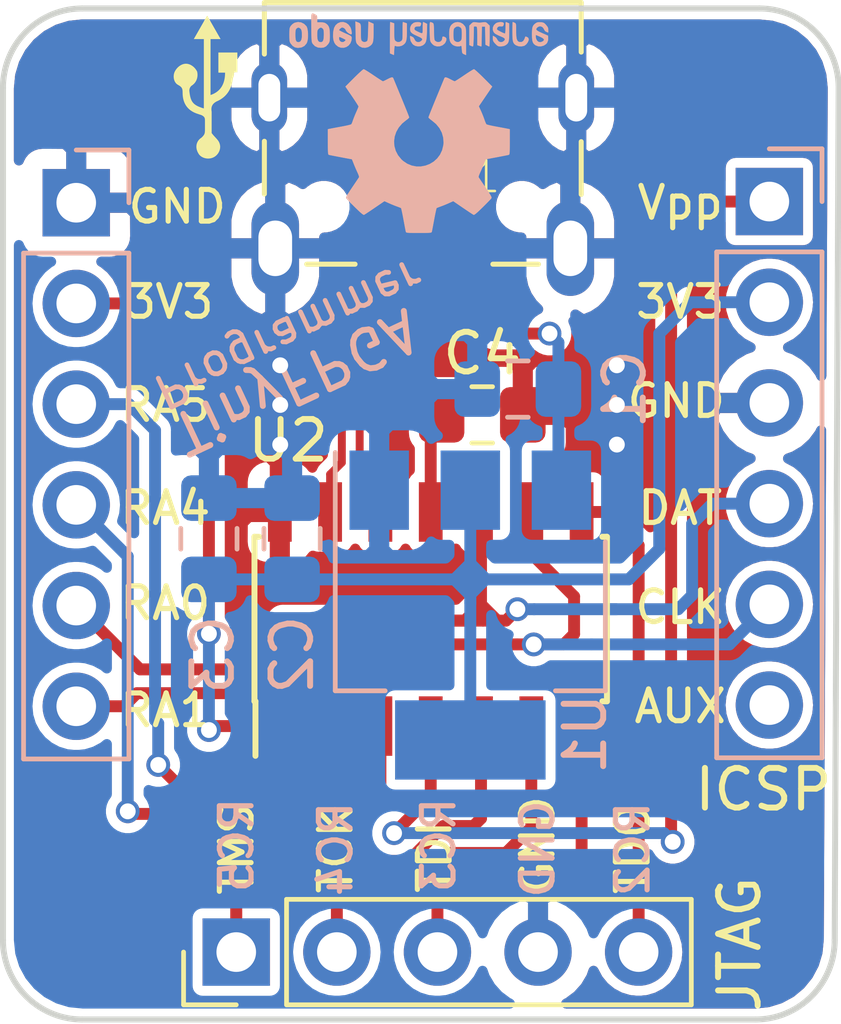
<source format=kicad_pcb>
(kicad_pcb (version 20171130) (host pcbnew "(5.1.0-0)")

  (general
    (thickness 1.6)
    (drawings 32)
    (tracks 171)
    (zones 0)
    (modules 12)
    (nets 18)
  )

  (page A4)
  (layers
    (0 F.Cu signal)
    (31 B.Cu signal)
    (32 B.Adhes user)
    (33 F.Adhes user)
    (34 B.Paste user)
    (35 F.Paste user)
    (36 B.SilkS user)
    (37 F.SilkS user)
    (38 B.Mask user)
    (39 F.Mask user)
    (40 Dwgs.User user)
    (41 Cmts.User user)
    (42 Eco1.User user)
    (43 Eco2.User user)
    (44 Edge.Cuts user)
    (45 Margin user)
    (46 B.CrtYd user)
    (47 F.CrtYd user)
    (48 B.Fab user hide)
    (49 F.Fab user hide)
  )

  (setup
    (last_trace_width 0.3)
    (trace_clearance 0.25)
    (zone_clearance 0.2)
    (zone_45_only no)
    (trace_min 0.2)
    (via_size 0.6)
    (via_drill 0.4)
    (via_min_size 0.6)
    (via_min_drill 0.3)
    (user_via 0.6 0.3)
    (uvia_size 0.3)
    (uvia_drill 0.1)
    (uvias_allowed no)
    (uvia_min_size 0.2)
    (uvia_min_drill 0.1)
    (edge_width 0.15)
    (segment_width 0.2)
    (pcb_text_width 0.3)
    (pcb_text_size 1.5 1.5)
    (mod_edge_width 0.15)
    (mod_text_size 1 1)
    (mod_text_width 0.15)
    (pad_size 1.524 1.524)
    (pad_drill 0.762)
    (pad_to_mask_clearance 0.05)
    (aux_axis_origin 0 0)
    (visible_elements 7FFFFFFF)
    (pcbplotparams
      (layerselection 0x00008_00000000)
      (usegerberextensions false)
      (usegerberattributes false)
      (usegerberadvancedattributes false)
      (creategerberjobfile false)
      (excludeedgelayer true)
      (linewidth 0.150000)
      (plotframeref false)
      (viasonmask false)
      (mode 1)
      (useauxorigin false)
      (hpglpennumber 1)
      (hpglpenspeed 20)
      (hpglpendiameter 15.000000)
      (psnegative false)
      (psa4output false)
      (plotreference true)
      (plotvalue true)
      (plotinvisibletext false)
      (padsonsilk false)
      (subtractmaskfromsilk false)
      (outputformat 1)
      (mirror false)
      (drillshape 0)
      (scaleselection 1)
      (outputdirectory "C:/Users/lvale/Documents/programmer-gerbers/"))
  )

  (net 0 "")
  (net 1 +5V)
  (net 2 GND)
  (net 3 +3V3)
  (net 4 "Net-(C4-Pad2)")
  (net 5 "Net-(J1-Pad4)")
  (net 6 VPP)
  (net 7 ICSPDAT)
  (net 8 ICSPCLK)
  (net 9 "Net-(J3-Pad6)")
  (net 10 RA4)
  (net 11 RA5)
  (net 12 /RC5)
  (net 13 /RC4)
  (net 14 /RC3)
  (net 15 /RC2)
  (net 16 /D+)
  (net 17 /D-)

  (net_class Default "This is the default net class."
    (clearance 0.25)
    (trace_width 0.3)
    (via_dia 0.6)
    (via_drill 0.4)
    (uvia_dia 0.3)
    (uvia_drill 0.1)
    (add_net +3V3)
    (add_net /D+)
    (add_net /D-)
    (add_net /RC2)
    (add_net /RC3)
    (add_net /RC4)
    (add_net /RC5)
    (add_net ICSPCLK)
    (add_net ICSPDAT)
    (add_net "Net-(C4-Pad2)")
    (add_net "Net-(J1-Pad4)")
    (add_net "Net-(J3-Pad6)")
    (add_net RA4)
    (add_net RA5)
    (add_net VPP)
  )

  (net_class USB ""
    (clearance 0.25)
    (trace_width 0.3)
    (via_dia 0.6)
    (via_drill 0.4)
    (uvia_dia 0.3)
    (uvia_drill 0.1)
    (add_net +5V)
    (add_net GND)
  )

  (module Connectors:629105150521 (layer F.Cu) (tedit 5CE99D46) (tstamp 5CE99FE0)
    (at 185.599999 87 180)
    (descr "<b>629105150521</b><p>\nWR-COM_USB_Micro Type B_Horizontal_SMT Micro Type B Horizontal SMT - 3A current at Pin1 & Pin 5 - with Pegs and THT shielding Pins  - T&R Packaging")
    (path /598417AF)
    (fp_text reference J1 (at 0.1 -3.2 180) (layer F.Fab)
      (effects (font (size 1.2065 1.2065) (thickness 0.1651)) (justify bottom))
    )
    (fp_text value USB (at -5.07 2.19 180) (layer F.Fab)
      (effects (font (size 1.2065 1.2065) (thickness 0.1651)) (justify left bottom))
    )
    (fp_line (start 4 3.85) (end 4 5.15) (layer F.SilkS) (width 0.127))
    (fp_line (start -4 3.9) (end -4 5.15) (layer F.SilkS) (width 0.127))
    (fp_line (start 4 0.32) (end 4 1.65) (layer F.SilkS) (width 0.127))
    (fp_line (start -4 0.31) (end -4 1.64) (layer F.SilkS) (width 0.127))
    (fp_line (start 1.71 -1.45) (end 2.93 -1.45) (layer F.SilkS) (width 0.127))
    (fp_line (start -2.92 -1.45) (end -1.77 -1.45) (layer F.SilkS) (width 0.127))
    (fp_text user 1 (at -1.6 0.75 180) (layer Cmts.User)
      (effects (font (size 0.77216 0.77216) (thickness 0.065024)))
    )
    (fp_text user 1 (at -1.6 0.75 180) (layer F.SilkS)
      (effects (font (size 0.77216 0.77216) (thickness 0.065024)))
    )
    (fp_text user "PCB edge" (at -0.9 4.68 180) (layer Dwgs.User)
      (effects (font (size 0.38608 0.38608) (thickness 0.032512)))
    )
    (fp_line (start -4 -1.45) (end 4 -1.45) (layer Dwgs.User) (width 0.127))
    (fp_line (start 4 5.15) (end 4 -1.45) (layer Dwgs.User) (width 0.127))
    (fp_line (start -4 5.15) (end -4 -1.45) (layer Dwgs.User) (width 0.127))
    (fp_line (start -4 5.15) (end 4 5.15) (layer F.SilkS) (width 0.127))
    (pad "" np_thru_hole circle (at 2.5 0 180) (size 0.8 0.8) (drill 0.8) (layers *.Cu))
    (pad "" np_thru_hole circle (at -2.5 0 180) (size 0.8 0.8) (drill 0.8) (layers *.Cu))
    (pad 6 thru_hole oval (at 3.875 2.75 270) (size 1.8 0.9) (drill oval 1.2 0.55) (layers *.Cu *.Mask)
      (net 2 GND))
    (pad 6 thru_hole oval (at -3.875 2.75 270) (size 1.8 0.9) (drill oval 1.2 0.55) (layers *.Cu *.Mask)
      (net 2 GND))
    (pad 6 thru_hole oval (at 3.725 -1.05 270) (size 2.4 1.2) (drill oval 1.4 0.85) (layers *.Cu *.Mask)
      (net 2 GND))
    (pad 6 thru_hole oval (at -3.725 -1.05 270) (size 2.4 1.2) (drill oval 1.4 0.85) (layers *.Cu *.Mask)
      (net 2 GND))
    (pad 5 smd rect (at 1.3 -1.05 180) (size 0.45 1.3) (layers F.Cu F.Paste F.Mask)
      (net 2 GND))
    (pad 4 smd rect (at 0.65 -1.05 180) (size 0.45 1.3) (layers F.Cu F.Paste F.Mask)
      (net 5 "Net-(J1-Pad4)"))
    (pad 3 smd rect (at 0 -1.05 180) (size 0.45 1.3) (layers F.Cu F.Paste F.Mask)
      (net 16 /D+))
    (pad 2 smd rect (at -0.65 -1.05 180) (size 0.45 1.3) (layers F.Cu F.Paste F.Mask)
      (net 17 /D-))
    (pad 1 smd rect (at -1.3 -1.05 180) (size 0.45 1.3) (layers F.Cu F.Paste F.Mask)
      (net 1 +5V))
    (model "C:/Users/Rocio/Documents/EC/MeowMeow/3D/629105150521 (rev1).stp"
      (offset (xyz 0 0 0.2))
      (scale (xyz 1 1 1))
      (rotate (xyz 0 0 0))
    )
    (model "/Users/eduardocontreras/Documents/Electronic_Cats/Proyectos/Hw/MeowMeow/3D/629105150521 (rev1).stp"
      (offset (xyz 0 0 1))
      (scale (xyz 1 1 1))
      (rotate (xyz 0 0 0))
    )
  )

  (module Symbol:OSHW-Logo2_7.3x6mm_SilkScreen (layer B.Cu) (tedit 0) (tstamp 5CEA156E)
    (at 185.5 84.9)
    (descr "Open Source Hardware Symbol")
    (tags "Logo Symbol OSHW")
    (attr virtual)
    (fp_text reference REF** (at 0 0) (layer B.SilkS) hide
      (effects (font (size 1 1) (thickness 0.15)) (justify mirror))
    )
    (fp_text value OSHW-Logo2_7.3x6mm_SilkScreen (at 0.75 0) (layer B.Fab) hide
      (effects (font (size 1 1) (thickness 0.15)) (justify mirror))
    )
    (fp_poly (pts (xy 0.10391 2.757652) (xy 0.182454 2.757222) (xy 0.239298 2.756058) (xy 0.278105 2.753793)
      (xy 0.302538 2.75006) (xy 0.316262 2.744494) (xy 0.32294 2.736727) (xy 0.326236 2.726395)
      (xy 0.326556 2.725057) (xy 0.331562 2.700921) (xy 0.340829 2.653299) (xy 0.353392 2.587259)
      (xy 0.368287 2.507872) (xy 0.384551 2.420204) (xy 0.385119 2.417125) (xy 0.40141 2.331211)
      (xy 0.416652 2.255304) (xy 0.429861 2.193955) (xy 0.440054 2.151718) (xy 0.446248 2.133145)
      (xy 0.446543 2.132816) (xy 0.464788 2.123747) (xy 0.502405 2.108633) (xy 0.551271 2.090738)
      (xy 0.551543 2.090642) (xy 0.613093 2.067507) (xy 0.685657 2.038035) (xy 0.754057 2.008403)
      (xy 0.757294 2.006938) (xy 0.868702 1.956374) (xy 1.115399 2.12484) (xy 1.191077 2.176197)
      (xy 1.259631 2.222111) (xy 1.317088 2.25997) (xy 1.359476 2.287163) (xy 1.382825 2.301079)
      (xy 1.385042 2.302111) (xy 1.40201 2.297516) (xy 1.433701 2.275345) (xy 1.481352 2.234553)
      (xy 1.546198 2.174095) (xy 1.612397 2.109773) (xy 1.676214 2.046388) (xy 1.733329 1.988549)
      (xy 1.780305 1.939825) (xy 1.813703 1.90379) (xy 1.830085 1.884016) (xy 1.830694 1.882998)
      (xy 1.832505 1.869428) (xy 1.825683 1.847267) (xy 1.80854 1.813522) (xy 1.779393 1.7652)
      (xy 1.736555 1.699308) (xy 1.679448 1.614483) (xy 1.628766 1.539823) (xy 1.583461 1.47286)
      (xy 1.54615 1.417484) (xy 1.519452 1.37758) (xy 1.505985 1.357038) (xy 1.505137 1.355644)
      (xy 1.506781 1.335962) (xy 1.519245 1.297707) (xy 1.540048 1.248111) (xy 1.547462 1.232272)
      (xy 1.579814 1.16171) (xy 1.614328 1.081647) (xy 1.642365 1.012371) (xy 1.662568 0.960955)
      (xy 1.678615 0.921881) (xy 1.687888 0.901459) (xy 1.689041 0.899886) (xy 1.706096 0.897279)
      (xy 1.746298 0.890137) (xy 1.804302 0.879477) (xy 1.874763 0.866315) (xy 1.952335 0.851667)
      (xy 2.031672 0.836551) (xy 2.107431 0.821982) (xy 2.174264 0.808978) (xy 2.226828 0.798555)
      (xy 2.259776 0.79173) (xy 2.267857 0.789801) (xy 2.276205 0.785038) (xy 2.282506 0.774282)
      (xy 2.287045 0.753902) (xy 2.290104 0.720266) (xy 2.291967 0.669745) (xy 2.292918 0.598708)
      (xy 2.29324 0.503524) (xy 2.293257 0.464508) (xy 2.293257 0.147201) (xy 2.217057 0.132161)
      (xy 2.174663 0.124005) (xy 2.1114 0.112101) (xy 2.034962 0.097884) (xy 1.953043 0.08279)
      (xy 1.9304 0.078645) (xy 1.854806 0.063947) (xy 1.788953 0.049495) (xy 1.738366 0.036625)
      (xy 1.708574 0.026678) (xy 1.703612 0.023713) (xy 1.691426 0.002717) (xy 1.673953 -0.037967)
      (xy 1.654577 -0.090322) (xy 1.650734 -0.1016) (xy 1.625339 -0.171523) (xy 1.593817 -0.250418)
      (xy 1.562969 -0.321266) (xy 1.562817 -0.321595) (xy 1.511447 -0.432733) (xy 1.680399 -0.681253)
      (xy 1.849352 -0.929772) (xy 1.632429 -1.147058) (xy 1.566819 -1.211726) (xy 1.506979 -1.268733)
      (xy 1.456267 -1.315033) (xy 1.418046 -1.347584) (xy 1.395675 -1.363343) (xy 1.392466 -1.364343)
      (xy 1.373626 -1.356469) (xy 1.33518 -1.334578) (xy 1.28133 -1.301267) (xy 1.216276 -1.259131)
      (xy 1.14594 -1.211943) (xy 1.074555 -1.16381) (xy 1.010908 -1.121928) (xy 0.959041 -1.088871)
      (xy 0.922995 -1.067218) (xy 0.906867 -1.059543) (xy 0.887189 -1.066037) (xy 0.849875 -1.08315)
      (xy 0.802621 -1.107326) (xy 0.797612 -1.110013) (xy 0.733977 -1.141927) (xy 0.690341 -1.157579)
      (xy 0.663202 -1.157745) (xy 0.649057 -1.143204) (xy 0.648975 -1.143) (xy 0.641905 -1.125779)
      (xy 0.625042 -1.084899) (xy 0.599695 -1.023525) (xy 0.567171 -0.944819) (xy 0.528778 -0.851947)
      (xy 0.485822 -0.748072) (xy 0.444222 -0.647502) (xy 0.398504 -0.536516) (xy 0.356526 -0.433703)
      (xy 0.319548 -0.342215) (xy 0.288827 -0.265201) (xy 0.265622 -0.205815) (xy 0.25119 -0.167209)
      (xy 0.246743 -0.1528) (xy 0.257896 -0.136272) (xy 0.287069 -0.10993) (xy 0.325971 -0.080887)
      (xy 0.436757 0.010961) (xy 0.523351 0.116241) (xy 0.584716 0.232734) (xy 0.619815 0.358224)
      (xy 0.627608 0.490493) (xy 0.621943 0.551543) (xy 0.591078 0.678205) (xy 0.53792 0.790059)
      (xy 0.465767 0.885999) (xy 0.377917 0.964924) (xy 0.277665 1.02573) (xy 0.16831 1.067313)
      (xy 0.053147 1.088572) (xy -0.064525 1.088401) (xy -0.18141 1.065699) (xy -0.294211 1.019362)
      (xy -0.399631 0.948287) (xy -0.443632 0.908089) (xy -0.528021 0.804871) (xy -0.586778 0.692075)
      (xy -0.620296 0.57299) (xy -0.628965 0.450905) (xy -0.613177 0.329107) (xy -0.573322 0.210884)
      (xy -0.509793 0.099525) (xy -0.422979 -0.001684) (xy -0.325971 -0.080887) (xy -0.285563 -0.111162)
      (xy -0.257018 -0.137219) (xy -0.246743 -0.152825) (xy -0.252123 -0.169843) (xy -0.267425 -0.2105)
      (xy -0.291388 -0.271642) (xy -0.322756 -0.350119) (xy -0.360268 -0.44278) (xy -0.402667 -0.546472)
      (xy -0.444337 -0.647526) (xy -0.49031 -0.758607) (xy -0.532893 -0.861541) (xy -0.570779 -0.953165)
      (xy -0.60266 -1.030316) (xy -0.627229 -1.089831) (xy -0.64318 -1.128544) (xy -0.64909 -1.143)
      (xy -0.663052 -1.157685) (xy -0.69006 -1.157642) (xy -0.733587 -1.142099) (xy -0.79711 -1.110284)
      (xy -0.797612 -1.110013) (xy -0.84544 -1.085323) (xy -0.884103 -1.067338) (xy -0.905905 -1.059614)
      (xy -0.906867 -1.059543) (xy -0.923279 -1.067378) (xy -0.959513 -1.089165) (xy -1.011526 -1.122328)
      (xy -1.075275 -1.164291) (xy -1.14594 -1.211943) (xy -1.217884 -1.260191) (xy -1.282726 -1.302151)
      (xy -1.336265 -1.335227) (xy -1.374303 -1.356821) (xy -1.392467 -1.364343) (xy -1.409192 -1.354457)
      (xy -1.44282 -1.326826) (xy -1.48999 -1.284495) (xy -1.547342 -1.230505) (xy -1.611516 -1.167899)
      (xy -1.632503 -1.146983) (xy -1.849501 -0.929623) (xy -1.684332 -0.68722) (xy -1.634136 -0.612781)
      (xy -1.590081 -0.545972) (xy -1.554638 -0.490665) (xy -1.530281 -0.450729) (xy -1.519478 -0.430036)
      (xy -1.519162 -0.428563) (xy -1.524857 -0.409058) (xy -1.540174 -0.369822) (xy -1.562463 -0.31743)
      (xy -1.578107 -0.282355) (xy -1.607359 -0.215201) (xy -1.634906 -0.147358) (xy -1.656263 -0.090034)
      (xy -1.662065 -0.072572) (xy -1.678548 -0.025938) (xy -1.69466 0.010095) (xy -1.70351 0.023713)
      (xy -1.72304 0.032048) (xy -1.765666 0.043863) (xy -1.825855 0.057819) (xy -1.898078 0.072578)
      (xy -1.9304 0.078645) (xy -2.012478 0.093727) (xy -2.091205 0.108331) (xy -2.158891 0.12102)
      (xy -2.20784 0.130358) (xy -2.217057 0.132161) (xy -2.293257 0.147201) (xy -2.293257 0.464508)
      (xy -2.293086 0.568846) (xy -2.292384 0.647787) (xy -2.290866 0.704962) (xy -2.288251 0.744001)
      (xy -2.284254 0.768535) (xy -2.278591 0.782195) (xy -2.27098 0.788611) (xy -2.267857 0.789801)
      (xy -2.249022 0.79402) (xy -2.207412 0.802438) (xy -2.14837 0.814039) (xy -2.077243 0.827805)
      (xy -1.999375 0.84272) (xy -1.920113 0.857768) (xy -1.844802 0.871931) (xy -1.778787 0.884194)
      (xy -1.727413 0.893539) (xy -1.696025 0.89895) (xy -1.689041 0.899886) (xy -1.682715 0.912404)
      (xy -1.66871 0.945754) (xy -1.649645 0.993623) (xy -1.642366 1.012371) (xy -1.613004 1.084805)
      (xy -1.578429 1.16483) (xy -1.547463 1.232272) (xy -1.524677 1.283841) (xy -1.509518 1.326215)
      (xy -1.504458 1.352166) (xy -1.505264 1.355644) (xy -1.515959 1.372064) (xy -1.54038 1.408583)
      (xy -1.575905 1.461313) (xy -1.619913 1.526365) (xy -1.669783 1.599849) (xy -1.679644 1.614355)
      (xy -1.737508 1.700296) (xy -1.780044 1.765739) (xy -1.808946 1.813696) (xy -1.82591 1.84718)
      (xy -1.832633 1.869205) (xy -1.83081 1.882783) (xy -1.830764 1.882869) (xy -1.816414 1.900703)
      (xy -1.784677 1.935183) (xy -1.73899 1.982732) (xy -1.682796 2.039778) (xy -1.619532 2.102745)
      (xy -1.612398 2.109773) (xy -1.53267 2.18698) (xy -1.471143 2.24367) (xy -1.426579 2.28089)
      (xy -1.397743 2.299685) (xy -1.385042 2.302111) (xy -1.366506 2.291529) (xy -1.328039 2.267084)
      (xy -1.273614 2.231388) (xy -1.207202 2.187053) (xy -1.132775 2.136689) (xy -1.115399 2.12484)
      (xy -0.868703 1.956374) (xy -0.757294 2.006938) (xy -0.689543 2.036405) (xy -0.616817 2.066041)
      (xy -0.554297 2.08967) (xy -0.551543 2.090642) (xy -0.50264 2.108543) (xy -0.464943 2.12368)
      (xy -0.446575 2.13279) (xy -0.446544 2.132816) (xy -0.440715 2.149283) (xy -0.430808 2.189781)
      (xy -0.417805 2.249758) (xy -0.402691 2.32466) (xy -0.386448 2.409936) (xy -0.385119 2.417125)
      (xy -0.368825 2.504986) (xy -0.353867 2.58474) (xy -0.341209 2.651319) (xy -0.331814 2.699653)
      (xy -0.326646 2.724675) (xy -0.326556 2.725057) (xy -0.323411 2.735701) (xy -0.317296 2.743738)
      (xy -0.304547 2.749533) (xy -0.2815 2.753453) (xy -0.244491 2.755865) (xy -0.189856 2.757135)
      (xy -0.113933 2.757629) (xy -0.013056 2.757714) (xy 0 2.757714) (xy 0.10391 2.757652)) (layer B.SilkS) (width 0.01))
    (fp_poly (pts (xy 3.153595 -1.966966) (xy 3.211021 -2.004497) (xy 3.238719 -2.038096) (xy 3.260662 -2.099064)
      (xy 3.262405 -2.147308) (xy 3.258457 -2.211816) (xy 3.109686 -2.276934) (xy 3.037349 -2.310202)
      (xy 2.990084 -2.336964) (xy 2.965507 -2.360144) (xy 2.961237 -2.382667) (xy 2.974889 -2.407455)
      (xy 2.989943 -2.423886) (xy 3.033746 -2.450235) (xy 3.081389 -2.452081) (xy 3.125145 -2.431546)
      (xy 3.157289 -2.390752) (xy 3.163038 -2.376347) (xy 3.190576 -2.331356) (xy 3.222258 -2.312182)
      (xy 3.265714 -2.295779) (xy 3.265714 -2.357966) (xy 3.261872 -2.400283) (xy 3.246823 -2.435969)
      (xy 3.21528 -2.476943) (xy 3.210592 -2.482267) (xy 3.175506 -2.51872) (xy 3.145347 -2.538283)
      (xy 3.107615 -2.547283) (xy 3.076335 -2.55023) (xy 3.020385 -2.550965) (xy 2.980555 -2.54166)
      (xy 2.955708 -2.527846) (xy 2.916656 -2.497467) (xy 2.889625 -2.464613) (xy 2.872517 -2.423294)
      (xy 2.863238 -2.367521) (xy 2.859693 -2.291305) (xy 2.85941 -2.252622) (xy 2.860372 -2.206247)
      (xy 2.948007 -2.206247) (xy 2.949023 -2.231126) (xy 2.951556 -2.2352) (xy 2.968274 -2.229665)
      (xy 3.004249 -2.215017) (xy 3.052331 -2.19419) (xy 3.062386 -2.189714) (xy 3.123152 -2.158814)
      (xy 3.156632 -2.131657) (xy 3.16399 -2.10622) (xy 3.146391 -2.080481) (xy 3.131856 -2.069109)
      (xy 3.07941 -2.046364) (xy 3.030322 -2.050122) (xy 2.989227 -2.077884) (xy 2.960758 -2.127152)
      (xy 2.951631 -2.166257) (xy 2.948007 -2.206247) (xy 2.860372 -2.206247) (xy 2.861285 -2.162249)
      (xy 2.868196 -2.095384) (xy 2.881884 -2.046695) (xy 2.904096 -2.010849) (xy 2.936574 -1.982513)
      (xy 2.950733 -1.973355) (xy 3.015053 -1.949507) (xy 3.085473 -1.948006) (xy 3.153595 -1.966966)) (layer B.SilkS) (width 0.01))
    (fp_poly (pts (xy 2.6526 -1.958752) (xy 2.669948 -1.966334) (xy 2.711356 -1.999128) (xy 2.746765 -2.046547)
      (xy 2.768664 -2.097151) (xy 2.772229 -2.122098) (xy 2.760279 -2.156927) (xy 2.734067 -2.175357)
      (xy 2.705964 -2.186516) (xy 2.693095 -2.188572) (xy 2.686829 -2.173649) (xy 2.674456 -2.141175)
      (xy 2.669028 -2.126502) (xy 2.63859 -2.075744) (xy 2.59452 -2.050427) (xy 2.53801 -2.051206)
      (xy 2.533825 -2.052203) (xy 2.503655 -2.066507) (xy 2.481476 -2.094393) (xy 2.466327 -2.139287)
      (xy 2.45725 -2.204615) (xy 2.453286 -2.293804) (xy 2.452914 -2.341261) (xy 2.45273 -2.416071)
      (xy 2.451522 -2.467069) (xy 2.448309 -2.499471) (xy 2.442109 -2.518495) (xy 2.43194 -2.529356)
      (xy 2.416819 -2.537272) (xy 2.415946 -2.53767) (xy 2.386828 -2.549981) (xy 2.372403 -2.554514)
      (xy 2.370186 -2.540809) (xy 2.368289 -2.502925) (xy 2.366847 -2.445715) (xy 2.365998 -2.374027)
      (xy 2.365829 -2.321565) (xy 2.366692 -2.220047) (xy 2.37007 -2.143032) (xy 2.377142 -2.086023)
      (xy 2.389088 -2.044526) (xy 2.40709 -2.014043) (xy 2.432327 -1.99008) (xy 2.457247 -1.973355)
      (xy 2.517171 -1.951097) (xy 2.586911 -1.946076) (xy 2.6526 -1.958752)) (layer B.SilkS) (width 0.01))
    (fp_poly (pts (xy 2.144876 -1.956335) (xy 2.186667 -1.975344) (xy 2.219469 -1.998378) (xy 2.243503 -2.024133)
      (xy 2.260097 -2.057358) (xy 2.270577 -2.1028) (xy 2.276271 -2.165207) (xy 2.278507 -2.249327)
      (xy 2.278743 -2.304721) (xy 2.278743 -2.520826) (xy 2.241774 -2.53767) (xy 2.212656 -2.549981)
      (xy 2.198231 -2.554514) (xy 2.195472 -2.541025) (xy 2.193282 -2.504653) (xy 2.191942 -2.451542)
      (xy 2.191657 -2.409372) (xy 2.190434 -2.348447) (xy 2.187136 -2.300115) (xy 2.182321 -2.270518)
      (xy 2.178496 -2.264229) (xy 2.152783 -2.270652) (xy 2.112418 -2.287125) (xy 2.065679 -2.309458)
      (xy 2.020845 -2.333457) (xy 1.986193 -2.35493) (xy 1.970002 -2.369685) (xy 1.969938 -2.369845)
      (xy 1.97133 -2.397152) (xy 1.983818 -2.423219) (xy 2.005743 -2.444392) (xy 2.037743 -2.451474)
      (xy 2.065092 -2.450649) (xy 2.103826 -2.450042) (xy 2.124158 -2.459116) (xy 2.136369 -2.483092)
      (xy 2.137909 -2.487613) (xy 2.143203 -2.521806) (xy 2.129047 -2.542568) (xy 2.092148 -2.552462)
      (xy 2.052289 -2.554292) (xy 1.980562 -2.540727) (xy 1.943432 -2.521355) (xy 1.897576 -2.475845)
      (xy 1.873256 -2.419983) (xy 1.871073 -2.360957) (xy 1.891629 -2.305953) (xy 1.922549 -2.271486)
      (xy 1.95342 -2.252189) (xy 2.001942 -2.227759) (xy 2.058485 -2.202985) (xy 2.06791 -2.199199)
      (xy 2.130019 -2.171791) (xy 2.165822 -2.147634) (xy 2.177337 -2.123619) (xy 2.16658 -2.096635)
      (xy 2.148114 -2.075543) (xy 2.104469 -2.049572) (xy 2.056446 -2.047624) (xy 2.012406 -2.067637)
      (xy 1.980709 -2.107551) (xy 1.976549 -2.117848) (xy 1.952327 -2.155724) (xy 1.916965 -2.183842)
      (xy 1.872343 -2.206917) (xy 1.872343 -2.141485) (xy 1.874969 -2.101506) (xy 1.88623 -2.069997)
      (xy 1.911199 -2.036378) (xy 1.935169 -2.010484) (xy 1.972441 -1.973817) (xy 2.001401 -1.954121)
      (xy 2.032505 -1.94622) (xy 2.067713 -1.944914) (xy 2.144876 -1.956335)) (layer B.SilkS) (width 0.01))
    (fp_poly (pts (xy 1.779833 -1.958663) (xy 1.782048 -1.99685) (xy 1.783784 -2.054886) (xy 1.784899 -2.12818)
      (xy 1.785257 -2.205055) (xy 1.785257 -2.465196) (xy 1.739326 -2.511127) (xy 1.707675 -2.539429)
      (xy 1.67989 -2.550893) (xy 1.641915 -2.550168) (xy 1.62684 -2.548321) (xy 1.579726 -2.542948)
      (xy 1.540756 -2.539869) (xy 1.531257 -2.539585) (xy 1.499233 -2.541445) (xy 1.453432 -2.546114)
      (xy 1.435674 -2.548321) (xy 1.392057 -2.551735) (xy 1.362745 -2.54432) (xy 1.33368 -2.521427)
      (xy 1.323188 -2.511127) (xy 1.277257 -2.465196) (xy 1.277257 -1.978602) (xy 1.314226 -1.961758)
      (xy 1.346059 -1.949282) (xy 1.364683 -1.944914) (xy 1.369458 -1.958718) (xy 1.373921 -1.997286)
      (xy 1.377775 -2.056356) (xy 1.380722 -2.131663) (xy 1.382143 -2.195286) (xy 1.386114 -2.445657)
      (xy 1.420759 -2.450556) (xy 1.452268 -2.447131) (xy 1.467708 -2.436041) (xy 1.472023 -2.415308)
      (xy 1.475708 -2.371145) (xy 1.478469 -2.309146) (xy 1.480012 -2.234909) (xy 1.480235 -2.196706)
      (xy 1.480457 -1.976783) (xy 1.526166 -1.960849) (xy 1.558518 -1.950015) (xy 1.576115 -1.944962)
      (xy 1.576623 -1.944914) (xy 1.578388 -1.958648) (xy 1.580329 -1.99673) (xy 1.582282 -2.054482)
      (xy 1.584084 -2.127227) (xy 1.585343 -2.195286) (xy 1.589314 -2.445657) (xy 1.6764 -2.445657)
      (xy 1.680396 -2.21724) (xy 1.684392 -1.988822) (xy 1.726847 -1.966868) (xy 1.758192 -1.951793)
      (xy 1.776744 -1.944951) (xy 1.777279 -1.944914) (xy 1.779833 -1.958663)) (layer B.SilkS) (width 0.01))
    (fp_poly (pts (xy 1.190117 -2.065358) (xy 1.189933 -2.173837) (xy 1.189219 -2.257287) (xy 1.187675 -2.319704)
      (xy 1.185001 -2.365085) (xy 1.180894 -2.397429) (xy 1.175055 -2.420733) (xy 1.167182 -2.438995)
      (xy 1.161221 -2.449418) (xy 1.111855 -2.505945) (xy 1.049264 -2.541377) (xy 0.980013 -2.55409)
      (xy 0.910668 -2.542463) (xy 0.869375 -2.521568) (xy 0.826025 -2.485422) (xy 0.796481 -2.441276)
      (xy 0.778655 -2.383462) (xy 0.770463 -2.306313) (xy 0.769302 -2.249714) (xy 0.769458 -2.245647)
      (xy 0.870857 -2.245647) (xy 0.871476 -2.31055) (xy 0.874314 -2.353514) (xy 0.88084 -2.381622)
      (xy 0.892523 -2.401953) (xy 0.906483 -2.417288) (xy 0.953365 -2.44689) (xy 1.003701 -2.449419)
      (xy 1.051276 -2.424705) (xy 1.054979 -2.421356) (xy 1.070783 -2.403935) (xy 1.080693 -2.383209)
      (xy 1.086058 -2.352362) (xy 1.088228 -2.304577) (xy 1.088571 -2.251748) (xy 1.087827 -2.185381)
      (xy 1.084748 -2.141106) (xy 1.078061 -2.112009) (xy 1.066496 -2.091173) (xy 1.057013 -2.080107)
      (xy 1.01296 -2.052198) (xy 0.962224 -2.048843) (xy 0.913796 -2.070159) (xy 0.90445 -2.078073)
      (xy 0.88854 -2.095647) (xy 0.87861 -2.116587) (xy 0.873278 -2.147782) (xy 0.871163 -2.196122)
      (xy 0.870857 -2.245647) (xy 0.769458 -2.245647) (xy 0.77281 -2.158568) (xy 0.784726 -2.090086)
      (xy 0.807135 -2.0386) (xy 0.842124 -1.998443) (xy 0.869375 -1.977861) (xy 0.918907 -1.955625)
      (xy 0.976316 -1.945304) (xy 1.029682 -1.948067) (xy 1.059543 -1.959212) (xy 1.071261 -1.962383)
      (xy 1.079037 -1.950557) (xy 1.084465 -1.918866) (xy 1.088571 -1.870593) (xy 1.093067 -1.816829)
      (xy 1.099313 -1.784482) (xy 1.110676 -1.765985) (xy 1.130528 -1.75377) (xy 1.143 -1.748362)
      (xy 1.190171 -1.728601) (xy 1.190117 -2.065358)) (layer B.SilkS) (width 0.01))
    (fp_poly (pts (xy 0.529926 -1.949755) (xy 0.595858 -1.974084) (xy 0.649273 -2.017117) (xy 0.670164 -2.047409)
      (xy 0.692939 -2.102994) (xy 0.692466 -2.143186) (xy 0.668562 -2.170217) (xy 0.659717 -2.174813)
      (xy 0.62153 -2.189144) (xy 0.602028 -2.185472) (xy 0.595422 -2.161407) (xy 0.595086 -2.148114)
      (xy 0.582992 -2.09921) (xy 0.551471 -2.064999) (xy 0.507659 -2.048476) (xy 0.458695 -2.052634)
      (xy 0.418894 -2.074227) (xy 0.40545 -2.086544) (xy 0.395921 -2.101487) (xy 0.389485 -2.124075)
      (xy 0.385317 -2.159328) (xy 0.382597 -2.212266) (xy 0.380502 -2.287907) (xy 0.37996 -2.311857)
      (xy 0.377981 -2.39379) (xy 0.375731 -2.451455) (xy 0.372357 -2.489608) (xy 0.367006 -2.513004)
      (xy 0.358824 -2.526398) (xy 0.346959 -2.534545) (xy 0.339362 -2.538144) (xy 0.307102 -2.550452)
      (xy 0.288111 -2.554514) (xy 0.281836 -2.540948) (xy 0.278006 -2.499934) (xy 0.2766 -2.430999)
      (xy 0.277598 -2.333669) (xy 0.277908 -2.318657) (xy 0.280101 -2.229859) (xy 0.282693 -2.165019)
      (xy 0.286382 -2.119067) (xy 0.291864 -2.086935) (xy 0.299835 -2.063553) (xy 0.310993 -2.043852)
      (xy 0.31683 -2.03541) (xy 0.350296 -1.998057) (xy 0.387727 -1.969003) (xy 0.392309 -1.966467)
      (xy 0.459426 -1.946443) (xy 0.529926 -1.949755)) (layer B.SilkS) (width 0.01))
    (fp_poly (pts (xy 0.039744 -1.950968) (xy 0.096616 -1.972087) (xy 0.097267 -1.972493) (xy 0.13244 -1.99838)
      (xy 0.158407 -2.028633) (xy 0.17667 -2.068058) (xy 0.188732 -2.121462) (xy 0.196096 -2.193651)
      (xy 0.200264 -2.289432) (xy 0.200629 -2.303078) (xy 0.205876 -2.508842) (xy 0.161716 -2.531678)
      (xy 0.129763 -2.54711) (xy 0.11047 -2.554423) (xy 0.109578 -2.554514) (xy 0.106239 -2.541022)
      (xy 0.103587 -2.504626) (xy 0.101956 -2.451452) (xy 0.1016 -2.408393) (xy 0.101592 -2.338641)
      (xy 0.098403 -2.294837) (xy 0.087288 -2.273944) (xy 0.063501 -2.272925) (xy 0.022296 -2.288741)
      (xy -0.039914 -2.317815) (xy -0.085659 -2.341963) (xy -0.109187 -2.362913) (xy -0.116104 -2.385747)
      (xy -0.116114 -2.386877) (xy -0.104701 -2.426212) (xy -0.070908 -2.447462) (xy -0.019191 -2.450539)
      (xy 0.018061 -2.450006) (xy 0.037703 -2.460735) (xy 0.049952 -2.486505) (xy 0.057002 -2.519337)
      (xy 0.046842 -2.537966) (xy 0.043017 -2.540632) (xy 0.007001 -2.55134) (xy -0.043434 -2.552856)
      (xy -0.095374 -2.545759) (xy -0.132178 -2.532788) (xy -0.183062 -2.489585) (xy -0.211986 -2.429446)
      (xy -0.217714 -2.382462) (xy -0.213343 -2.340082) (xy -0.197525 -2.305488) (xy -0.166203 -2.274763)
      (xy -0.115322 -2.24399) (xy -0.040824 -2.209252) (xy -0.036286 -2.207288) (xy 0.030821 -2.176287)
      (xy 0.072232 -2.150862) (xy 0.089981 -2.128014) (xy 0.086107 -2.104745) (xy 0.062643 -2.078056)
      (xy 0.055627 -2.071914) (xy 0.00863 -2.0481) (xy -0.040067 -2.049103) (xy -0.082478 -2.072451)
      (xy -0.110616 -2.115675) (xy -0.113231 -2.12416) (xy -0.138692 -2.165308) (xy -0.170999 -2.185128)
      (xy -0.217714 -2.20477) (xy -0.217714 -2.15395) (xy -0.203504 -2.080082) (xy -0.161325 -2.012327)
      (xy -0.139376 -1.989661) (xy -0.089483 -1.960569) (xy -0.026033 -1.9474) (xy 0.039744 -1.950968)) (layer B.SilkS) (width 0.01))
    (fp_poly (pts (xy -0.624114 -1.851289) (xy -0.619861 -1.910613) (xy -0.614975 -1.945572) (xy -0.608205 -1.96082)
      (xy -0.598298 -1.961015) (xy -0.595086 -1.959195) (xy -0.552356 -1.946015) (xy -0.496773 -1.946785)
      (xy -0.440263 -1.960333) (xy -0.404918 -1.977861) (xy -0.368679 -2.005861) (xy -0.342187 -2.037549)
      (xy -0.324001 -2.077813) (xy -0.312678 -2.131543) (xy -0.306778 -2.203626) (xy -0.304857 -2.298951)
      (xy -0.304823 -2.317237) (xy -0.3048 -2.522646) (xy -0.350509 -2.53858) (xy -0.382973 -2.54942)
      (xy -0.400785 -2.554468) (xy -0.401309 -2.554514) (xy -0.403063 -2.540828) (xy -0.404556 -2.503076)
      (xy -0.405674 -2.446224) (xy -0.406303 -2.375234) (xy -0.4064 -2.332073) (xy -0.406602 -2.246973)
      (xy -0.407642 -2.185981) (xy -0.410169 -2.144177) (xy -0.414836 -2.116642) (xy -0.422293 -2.098456)
      (xy -0.433189 -2.084698) (xy -0.439993 -2.078073) (xy -0.486728 -2.051375) (xy -0.537728 -2.049375)
      (xy -0.583999 -2.071955) (xy -0.592556 -2.080107) (xy -0.605107 -2.095436) (xy -0.613812 -2.113618)
      (xy -0.619369 -2.139909) (xy -0.622474 -2.179562) (xy -0.623824 -2.237832) (xy -0.624114 -2.318173)
      (xy -0.624114 -2.522646) (xy -0.669823 -2.53858) (xy -0.702287 -2.54942) (xy -0.720099 -2.554468)
      (xy -0.720623 -2.554514) (xy -0.721963 -2.540623) (xy -0.723172 -2.501439) (xy -0.724199 -2.4407)
      (xy -0.724998 -2.362141) (xy -0.725519 -2.269498) (xy -0.725714 -2.166509) (xy -0.725714 -1.769342)
      (xy -0.678543 -1.749444) (xy -0.631371 -1.729547) (xy -0.624114 -1.851289)) (layer B.SilkS) (width 0.01))
    (fp_poly (pts (xy -1.831697 -1.931239) (xy -1.774473 -1.969735) (xy -1.730251 -2.025335) (xy -1.703833 -2.096086)
      (xy -1.69849 -2.148162) (xy -1.699097 -2.169893) (xy -1.704178 -2.186531) (xy -1.718145 -2.201437)
      (xy -1.745411 -2.217973) (xy -1.790388 -2.239498) (xy -1.857489 -2.269374) (xy -1.857829 -2.269524)
      (xy -1.919593 -2.297813) (xy -1.970241 -2.322933) (xy -2.004596 -2.342179) (xy -2.017482 -2.352848)
      (xy -2.017486 -2.352934) (xy -2.006128 -2.376166) (xy -1.979569 -2.401774) (xy -1.949077 -2.420221)
      (xy -1.93363 -2.423886) (xy -1.891485 -2.411212) (xy -1.855192 -2.379471) (xy -1.837483 -2.344572)
      (xy -1.820448 -2.318845) (xy -1.787078 -2.289546) (xy -1.747851 -2.264235) (xy -1.713244 -2.250471)
      (xy -1.706007 -2.249714) (xy -1.697861 -2.26216) (xy -1.69737 -2.293972) (xy -1.703357 -2.336866)
      (xy -1.714643 -2.382558) (xy -1.73005 -2.422761) (xy -1.730829 -2.424322) (xy -1.777196 -2.489062)
      (xy -1.837289 -2.533097) (xy -1.905535 -2.554711) (xy -1.976362 -2.552185) (xy -2.044196 -2.523804)
      (xy -2.047212 -2.521808) (xy -2.100573 -2.473448) (xy -2.13566 -2.410352) (xy -2.155078 -2.327387)
      (xy -2.157684 -2.304078) (xy -2.162299 -2.194055) (xy -2.156767 -2.142748) (xy -2.017486 -2.142748)
      (xy -2.015676 -2.174753) (xy -2.005778 -2.184093) (xy -1.981102 -2.177105) (xy -1.942205 -2.160587)
      (xy -1.898725 -2.139881) (xy -1.897644 -2.139333) (xy -1.860791 -2.119949) (xy -1.846 -2.107013)
      (xy -1.849647 -2.093451) (xy -1.865005 -2.075632) (xy -1.904077 -2.049845) (xy -1.946154 -2.04795)
      (xy -1.983897 -2.066717) (xy -2.009966 -2.102915) (xy -2.017486 -2.142748) (xy -2.156767 -2.142748)
      (xy -2.152806 -2.106027) (xy -2.12845 -2.036212) (xy -2.094544 -1.987302) (xy -2.033347 -1.937878)
      (xy -1.965937 -1.913359) (xy -1.89712 -1.911797) (xy -1.831697 -1.931239)) (layer B.SilkS) (width 0.01))
    (fp_poly (pts (xy -2.958885 -1.921962) (xy -2.890855 -1.957733) (xy -2.840649 -2.015301) (xy -2.822815 -2.052312)
      (xy -2.808937 -2.107882) (xy -2.801833 -2.178096) (xy -2.80116 -2.254727) (xy -2.806573 -2.329552)
      (xy -2.81773 -2.394342) (xy -2.834286 -2.440873) (xy -2.839374 -2.448887) (xy -2.899645 -2.508707)
      (xy -2.971231 -2.544535) (xy -3.048908 -2.55502) (xy -3.127452 -2.53881) (xy -3.149311 -2.529092)
      (xy -3.191878 -2.499143) (xy -3.229237 -2.459433) (xy -3.232768 -2.454397) (xy -3.247119 -2.430124)
      (xy -3.256606 -2.404178) (xy -3.26221 -2.370022) (xy -3.264914 -2.321119) (xy -3.265701 -2.250935)
      (xy -3.265714 -2.2352) (xy -3.265678 -2.230192) (xy -3.120571 -2.230192) (xy -3.119727 -2.29643)
      (xy -3.116404 -2.340386) (xy -3.109417 -2.368779) (xy -3.097584 -2.388325) (xy -3.091543 -2.394857)
      (xy -3.056814 -2.41968) (xy -3.023097 -2.418548) (xy -2.989005 -2.397016) (xy -2.968671 -2.374029)
      (xy -2.956629 -2.340478) (xy -2.949866 -2.287569) (xy -2.949402 -2.281399) (xy -2.948248 -2.185513)
      (xy -2.960312 -2.114299) (xy -2.98543 -2.068194) (xy -3.02344 -2.047635) (xy -3.037008 -2.046514)
      (xy -3.072636 -2.052152) (xy -3.097006 -2.071686) (xy -3.111907 -2.109042) (xy -3.119125 -2.16815)
      (xy -3.120571 -2.230192) (xy -3.265678 -2.230192) (xy -3.265174 -2.160413) (xy -3.262904 -2.108159)
      (xy -3.257932 -2.071949) (xy -3.249287 -2.045299) (xy -3.235995 -2.021722) (xy -3.233057 -2.017338)
      (xy -3.183687 -1.958249) (xy -3.129891 -1.923947) (xy -3.064398 -1.910331) (xy -3.042158 -1.909665)
      (xy -2.958885 -1.921962)) (layer B.SilkS) (width 0.01))
    (fp_poly (pts (xy -1.283907 -1.92778) (xy -1.237328 -1.954723) (xy -1.204943 -1.981466) (xy -1.181258 -2.009484)
      (xy -1.164941 -2.043748) (xy -1.154661 -2.089227) (xy -1.149086 -2.150892) (xy -1.146884 -2.233711)
      (xy -1.146629 -2.293246) (xy -1.146629 -2.512391) (xy -1.208314 -2.540044) (xy -1.27 -2.567697)
      (xy -1.277257 -2.32767) (xy -1.280256 -2.238028) (xy -1.283402 -2.172962) (xy -1.287299 -2.128026)
      (xy -1.292553 -2.09877) (xy -1.299769 -2.080748) (xy -1.30955 -2.069511) (xy -1.312688 -2.067079)
      (xy -1.360239 -2.048083) (xy -1.408303 -2.0556) (xy -1.436914 -2.075543) (xy -1.448553 -2.089675)
      (xy -1.456609 -2.10822) (xy -1.461729 -2.136334) (xy -1.464559 -2.179173) (xy -1.465744 -2.241895)
      (xy -1.465943 -2.307261) (xy -1.465982 -2.389268) (xy -1.467386 -2.447316) (xy -1.472086 -2.486465)
      (xy -1.482013 -2.51178) (xy -1.499097 -2.528323) (xy -1.525268 -2.541156) (xy -1.560225 -2.554491)
      (xy -1.598404 -2.569007) (xy -1.593859 -2.311389) (xy -1.592029 -2.218519) (xy -1.589888 -2.149889)
      (xy -1.586819 -2.100711) (xy -1.582206 -2.066198) (xy -1.575432 -2.041562) (xy -1.565881 -2.022016)
      (xy -1.554366 -2.00477) (xy -1.49881 -1.94968) (xy -1.43102 -1.917822) (xy -1.357287 -1.910191)
      (xy -1.283907 -1.92778)) (layer B.SilkS) (width 0.01))
    (fp_poly (pts (xy -2.400256 -1.919918) (xy -2.344799 -1.947568) (xy -2.295852 -1.99848) (xy -2.282371 -2.017338)
      (xy -2.267686 -2.042015) (xy -2.258158 -2.068816) (xy -2.252707 -2.104587) (xy -2.250253 -2.156169)
      (xy -2.249714 -2.224267) (xy -2.252148 -2.317588) (xy -2.260606 -2.387657) (xy -2.276826 -2.439931)
      (xy -2.302546 -2.479869) (xy -2.339503 -2.512929) (xy -2.342218 -2.514886) (xy -2.37864 -2.534908)
      (xy -2.422498 -2.544815) (xy -2.478276 -2.547257) (xy -2.568952 -2.547257) (xy -2.56899 -2.635283)
      (xy -2.569834 -2.684308) (xy -2.574976 -2.713065) (xy -2.588413 -2.730311) (xy -2.614142 -2.744808)
      (xy -2.620321 -2.747769) (xy -2.649236 -2.761648) (xy -2.671624 -2.770414) (xy -2.688271 -2.771171)
      (xy -2.699964 -2.761023) (xy -2.70749 -2.737073) (xy -2.711634 -2.696426) (xy -2.713185 -2.636186)
      (xy -2.712929 -2.553455) (xy -2.711651 -2.445339) (xy -2.711252 -2.413) (xy -2.709815 -2.301524)
      (xy -2.708528 -2.228603) (xy -2.569029 -2.228603) (xy -2.568245 -2.290499) (xy -2.56476 -2.330997)
      (xy -2.556876 -2.357708) (xy -2.542895 -2.378244) (xy -2.533403 -2.38826) (xy -2.494596 -2.417567)
      (xy -2.460237 -2.419952) (xy -2.424784 -2.39575) (xy -2.423886 -2.394857) (xy -2.409461 -2.376153)
      (xy -2.400687 -2.350732) (xy -2.396261 -2.311584) (xy -2.394882 -2.251697) (xy -2.394857 -2.23843)
      (xy -2.398188 -2.155901) (xy -2.409031 -2.098691) (xy -2.42866 -2.063766) (xy -2.45835 -2.048094)
      (xy -2.475509 -2.046514) (xy -2.516234 -2.053926) (xy -2.544168 -2.07833) (xy -2.560983 -2.12298)
      (xy -2.56835 -2.19113) (xy -2.569029 -2.228603) (xy -2.708528 -2.228603) (xy -2.708292 -2.215245)
      (xy -2.706323 -2.150333) (xy -2.70355 -2.102958) (xy -2.699612 -2.06929) (xy -2.694151 -2.045498)
      (xy -2.686808 -2.027753) (xy -2.677223 -2.012224) (xy -2.673113 -2.006381) (xy -2.618595 -1.951185)
      (xy -2.549664 -1.91989) (xy -2.469928 -1.911165) (xy -2.400256 -1.919918)) (layer B.SilkS) (width 0.01))
  )

  (module Aesthetics:usb_graphic (layer F.Cu) (tedit 5B1D3607) (tstamp 5CEA075E)
    (at 180.1 84)
    (descr "Imported from meow_meow.svg")
    (tags svg2mod)
    (attr smd)
    (fp_text reference svg2mod (at 0 -4.868333) (layer F.SilkS) hide
      (effects (font (size 1.524 1.524) (thickness 0.3048)))
    )
    (fp_text value G*** (at 0 4.868333) (layer F.SilkS) hide
      (effects (font (size 1.524 1.524) (thickness 0.3048)))
    )
    (fp_poly (pts (xy 0.733778 -0.381) (xy 0.732732 -0.331872) (xy 0.725416 -0.289016) (xy 0.705556 -0.239889)
      (xy 0.698202 -0.186335) (xy 0.688194 -0.13457) (xy 0.675472 -0.084656) (xy 0.659972 -0.036656)
      (xy 0.641634 0.00937) (xy 0.620395 0.053359) (xy 0.596194 0.09525) (xy 0.56897 0.134981)
      (xy 0.53866 0.172491) (xy 0.505202 0.207717) (xy 0.468536 0.240599) (xy 0.428599 0.271073)
      (xy 0.38533 0.299079) (xy 0.338667 0.324556) (xy 0.289719 0.3471) (xy 0.248708 0.372622)
      (xy 0.215635 0.40145) (xy 0.1905 0.433917) (xy 0.173302 0.470352) (xy 0.164042 0.511087)
      (xy 0.162719 0.556452) (xy 0.169333 0.606778) (xy 0.169333 0.659978) (xy 0.169333 0.711906)
      (xy 0.169333 0.762689) (xy 0.169333 0.812454) (xy 0.169333 0.861329) (xy 0.169333 0.90944)
      (xy 0.169333 0.956916) (xy 0.169333 1.003882) (xy 0.169333 1.050467) (xy 0.169333 1.096797)
      (xy 0.169333 1.143) (xy 0.205454 1.188172) (xy 0.240588 1.227914) (xy 0.273747 1.263706)
      (xy 0.303944 1.297029) (xy 0.330192 1.329365) (xy 0.351502 1.362195) (xy 0.366889 1.397)
      (xy 0.379674 1.440039) (xy 0.3845 1.483924) (xy 0.381875 1.52781) (xy 0.372308 1.570849)
      (xy 0.356306 1.612194) (xy 0.334377 1.651) (xy 0.30703 1.686419) (xy 0.274772 1.717604)
      (xy 0.238111 1.74371) (xy 0.197556 1.763889) (xy 0.149667 1.7786) (xy 0.100849 1.785414)
      (xy 0.052263 1.784794) (xy 0.005071 1.777206) (xy -0.039565 1.763115) (xy -0.080486 1.742984)
      (xy -0.116528 1.717278) (xy -0.146531 1.686462) (xy -0.169333 1.651) (xy -0.191347 1.607933)
      (xy -0.206587 1.56385) (xy -0.215053 1.519428) (xy -0.216747 1.475345) (xy -0.211667 1.432278)
      (xy -0.199813 1.390904) (xy -0.181187 1.351901) (xy -0.155787 1.315946) (xy -0.123613 1.283716)
      (xy -0.084667 1.255889) (xy -0.047625 1.217524) (xy -0.021167 1.181806) (xy -0.005292 1.140795)
      (xy 0 1.086556) (xy 0 1.044092) (xy 0 1.000844) (xy 0 0.956028)
      (xy 0 0.90886) (xy 0 0.858557) (xy 0 0.804333) (xy -0.005292 0.766851)
      (xy -0.021167 0.737306) (xy -0.047625 0.713052) (xy -0.084667 0.691444) (xy -0.127 0.677333)
      (xy -0.169333 0.663222) (xy -0.223537 0.6448) (xy -0.273325 0.623469) (xy -0.318798 0.599327)
      (xy -0.360057 0.572476) (xy -0.397202 0.543016) (xy -0.430332 0.511048) (xy -0.45955 0.476671)
      (xy -0.484954 0.439987) (xy -0.506645 0.401094) (xy -0.524724 0.360095) (xy -0.539291 0.317088)
      (xy -0.550446 0.272175) (xy -0.55829 0.225456) (xy -0.562923 0.177031) (xy -0.564444 0.127)
      (xy -0.564967 0.086888) (xy -0.568626 0.050695) (xy -0.578556 0.017639) (xy -0.597893 -0.013066)
      (xy -0.629774 -0.042203) (xy -0.677333 -0.070556) (xy -0.711827 -0.093319) (xy -0.740049 -0.123051)
      (xy -0.762 -0.158358) (xy -0.777679 -0.197846) (xy -0.787086 -0.240121) (xy -0.790222 -0.28379)
      (xy -0.787086 -0.327459) (xy -0.777679 -0.369734) (xy -0.762 -0.409222) (xy -0.738298 -0.450122)
      (xy -0.709965 -0.487715) (xy -0.677664 -0.521339) (xy -0.642056 -0.550333) (xy -0.603801 -0.574036)
      (xy -0.563562 -0.591785) (xy -0.522001 -0.602919) (xy -0.479778 -0.606778) (xy -0.437555 -0.602919)
      (xy -0.395993 -0.591785) (xy -0.355754 -0.574036) (xy -0.3175 -0.550333) (xy -0.281891 -0.521339)
      (xy -0.24959 -0.487715) (xy -0.221258 -0.450122) (xy -0.197556 -0.409222) (xy -0.189673 -0.365731)
      (xy -0.187413 -0.320587) (xy -0.191106 -0.274781) (xy -0.201083 -0.229306) (xy -0.217675 -0.185153)
      (xy -0.241212 -0.143316) (xy -0.272025 -0.104786) (xy -0.310444 -0.070556) (xy -0.347486 -0.044538)
      (xy -0.373944 -0.010583) (xy -0.389819 0.028663) (xy -0.395111 0.070556) (xy -0.388007 0.132267)
      (xy -0.379362 0.187504) (xy -0.368636 0.236806) (xy -0.355289 0.280713) (xy -0.338782 0.319764)
      (xy -0.318576 0.354499) (xy -0.29413 0.385458) (xy -0.264906 0.413179) (xy -0.230364 0.438202)
      (xy -0.189964 0.461068) (xy -0.143166 0.482315) (xy -0.089432 0.502483) (xy -0.028222 0.522111)
      (xy -0.028222 0.472235) (xy -0.028222 0.422216) (xy -0.028222 0.37206) (xy -0.028222 0.32177)
      (xy -0.028222 0.27135) (xy -0.028222 0.220806) (xy -0.028222 0.170141) (xy -0.028222 0.11936)
      (xy -0.028222 0.068467) (xy -0.028222 0.017466) (xy -0.028222 -0.033638) (xy -0.028222 -0.084842)
      (xy -0.028222 -0.13614) (xy -0.028222 -0.187529) (xy -0.028222 -0.239004) (xy -0.028222 -0.29056)
      (xy -0.028222 -0.342194) (xy -0.028222 -0.393902) (xy -0.028222 -0.445678) (xy -0.028222 -0.497519)
      (xy -0.028222 -0.549421) (xy -0.028222 -0.601378) (xy -0.028222 -0.653387) (xy -0.028222 -0.705444)
      (xy -0.028222 -0.757543) (xy -0.028222 -0.809681) (xy -0.028222 -0.861854) (xy -0.028222 -0.914057)
      (xy -0.028222 -0.966286) (xy -0.028222 -1.018536) (xy -0.028222 -1.070804) (xy -0.028222 -1.123084)
      (xy -0.028222 -1.175373) (xy -0.028222 -1.227667) (xy -0.076313 -1.227667) (xy -0.121694 -1.227667)
      (xy -0.16843 -1.227667) (xy -0.220585 -1.227667) (xy -0.282222 -1.227667) (xy -0.256171 -1.273256)
      (xy -0.23012 -1.318846) (xy -0.204068 -1.364436) (xy -0.178017 -1.410026) (xy -0.151966 -1.455615)
      (xy -0.125915 -1.501205) (xy -0.099863 -1.546795) (xy -0.073812 -1.592385) (xy -0.047761 -1.637974)
      (xy -0.021709 -1.683564) (xy 0.004342 -1.729154) (xy 0.030393 -1.774744) (xy 0.056444 -1.820333)
      (xy 0.082496 -1.774744) (xy 0.108547 -1.729154) (xy 0.134598 -1.683564) (xy 0.16065 -1.637974)
      (xy 0.186701 -1.592385) (xy 0.212752 -1.546795) (xy 0.238803 -1.501205) (xy 0.264855 -1.455615)
      (xy 0.290906 -1.410026) (xy 0.316957 -1.364436) (xy 0.343009 -1.318846) (xy 0.36906 -1.273256)
      (xy 0.395111 -1.227667) (xy 0.344311 -1.227667) (xy 0.293511 -1.227667) (xy 0.242711 -1.227667)
      (xy 0.191911 -1.227667) (xy 0.141111 -1.227667) (xy 0.141111 -1.174471) (xy 0.141111 -1.121491)
      (xy 0.141111 -1.068709) (xy 0.141111 -1.016107) (xy 0.141111 -0.963669) (xy 0.141111 -0.911376)
      (xy 0.141111 -0.859213) (xy 0.141111 -0.807162) (xy 0.141111 -0.755206) (xy 0.141111 -0.703327)
      (xy 0.141111 -0.651508) (xy 0.141111 -0.599732) (xy 0.141111 -0.547982) (xy 0.141111 -0.49624)
      (xy 0.141111 -0.44449) (xy 0.141111 -0.392714) (xy 0.141111 -0.340896) (xy 0.141111 -0.289016)
      (xy 0.141111 -0.23706) (xy 0.141111 -0.185009) (xy 0.141111 -0.132846) (xy 0.141111 -0.080554)
      (xy 0.141111 -0.028115) (xy 0.141111 0.024486) (xy 0.141111 0.077269) (xy 0.141111 0.130249)
      (xy 0.141111 0.183444) (xy 0.190038 0.165014) (xy 0.235252 0.143624) (xy 0.276804 0.119324)
      (xy 0.314743 0.092163) (xy 0.349119 0.062193) (xy 0.379984 0.029464) (xy 0.407387 -0.005975)
      (xy 0.431378 -0.044073) (xy 0.452007 -0.08478) (xy 0.469325 -0.128045) (xy 0.483382 -0.17382)
      (xy 0.494228 -0.222052) (xy 0.501912 -0.272694) (xy 0.506486 -0.325693) (xy 0.508 -0.381)
      (xy 0.465667 -0.381) (xy 0.423333 -0.381) (xy 0.381 -0.381) (xy 0.338667 -0.381)
      (xy 0.338667 -0.4318) (xy 0.338667 -0.4826) (xy 0.338667 -0.5334) (xy 0.338667 -0.5842)
      (xy 0.338667 -0.635) (xy 0.338667 -0.6858) (xy 0.338667 -0.7366) (xy 0.338667 -0.7874)
      (xy 0.338667 -0.8382) (xy 0.338667 -0.889) (xy 0.388676 -0.889) (xy 0.437332 -0.889)
      (xy 0.484971 -0.889) (xy 0.531932 -0.889) (xy 0.578556 -0.889) (xy 0.625179 -0.889)
      (xy 0.67214 -0.889) (xy 0.71978 -0.889) (xy 0.768435 -0.889) (xy 0.818444 -0.889)
      (xy 0.818444 -0.8382) (xy 0.818444 -0.7874) (xy 0.818444 -0.7366) (xy 0.818444 -0.6858)
      (xy 0.818444 -0.635) (xy 0.818444 -0.5842) (xy 0.818444 -0.5334) (xy 0.818444 -0.4826)
      (xy 0.818444 -0.4318) (xy 0.818444 -0.381) (xy 0.802765 -0.393543) (xy 0.768272 -0.387272)
      (xy 0.733778 -0.381)) (layer F.SilkS) (width 0))
  )

  (module Package_SO:SOIC-14_3.9x8.7mm_P1.27mm (layer F.Cu) (tedit 5A02F2D3) (tstamp 5CE9A676)
    (at 185.8 97.4 90)
    (descr "14-Lead Plastic Small Outline (SL) - Narrow, 3.90 mm Body [SOIC] (see Microchip Packaging Specification 00000049BS.pdf)")
    (tags "SOIC 1.27")
    (path /5CE8C0B0)
    (attr smd)
    (fp_text reference U2 (at 4.5 -3.6 180) (layer F.SilkS)
      (effects (font (size 1 1) (thickness 0.15)))
    )
    (fp_text value PIC16F1455-ISL (at 0 5.375 90) (layer F.Fab)
      (effects (font (size 1 1) (thickness 0.15)))
    )
    (fp_line (start -2.075 -4.425) (end -3.45 -4.425) (layer F.SilkS) (width 0.15))
    (fp_line (start -2.075 4.45) (end 2.075 4.45) (layer F.SilkS) (width 0.15))
    (fp_line (start -2.075 -4.45) (end 2.075 -4.45) (layer F.SilkS) (width 0.15))
    (fp_line (start -2.075 4.45) (end -2.075 4.335) (layer F.SilkS) (width 0.15))
    (fp_line (start 2.075 4.45) (end 2.075 4.335) (layer F.SilkS) (width 0.15))
    (fp_line (start 2.075 -4.45) (end 2.075 -4.335) (layer F.SilkS) (width 0.15))
    (fp_line (start -2.075 -4.45) (end -2.075 -4.425) (layer F.SilkS) (width 0.15))
    (fp_line (start -3.7 4.65) (end 3.7 4.65) (layer F.CrtYd) (width 0.05))
    (fp_line (start -3.7 -4.65) (end 3.7 -4.65) (layer F.CrtYd) (width 0.05))
    (fp_line (start 3.7 -4.65) (end 3.7 4.65) (layer F.CrtYd) (width 0.05))
    (fp_line (start -3.7 -4.65) (end -3.7 4.65) (layer F.CrtYd) (width 0.05))
    (fp_line (start -1.95 -3.35) (end -0.95 -4.35) (layer F.Fab) (width 0.15))
    (fp_line (start -1.95 4.35) (end -1.95 -3.35) (layer F.Fab) (width 0.15))
    (fp_line (start 1.95 4.35) (end -1.95 4.35) (layer F.Fab) (width 0.15))
    (fp_line (start 1.95 -4.35) (end 1.95 4.35) (layer F.Fab) (width 0.15))
    (fp_line (start -0.95 -4.35) (end 1.95 -4.35) (layer F.Fab) (width 0.15))
    (fp_text user %R (at 0 0 90) (layer F.Fab)
      (effects (font (size 0.9 0.9) (thickness 0.135)))
    )
    (pad 14 smd rect (at 2.7 -3.81 90) (size 1.5 0.6) (layers F.Cu F.Paste F.Mask)
      (net 2 GND))
    (pad 13 smd rect (at 2.7 -2.54 90) (size 1.5 0.6) (layers F.Cu F.Paste F.Mask)
      (net 16 /D+))
    (pad 12 smd rect (at 2.7 -1.27 90) (size 1.5 0.6) (layers F.Cu F.Paste F.Mask)
      (net 17 /D-))
    (pad 11 smd rect (at 2.7 0 90) (size 1.5 0.6) (layers F.Cu F.Paste F.Mask)
      (net 4 "Net-(C4-Pad2)"))
    (pad 10 smd rect (at 2.7 1.27 90) (size 1.5 0.6) (layers F.Cu F.Paste F.Mask)
      (net 7 ICSPDAT))
    (pad 9 smd rect (at 2.7 2.54 90) (size 1.5 0.6) (layers F.Cu F.Paste F.Mask)
      (net 8 ICSPCLK))
    (pad 8 smd rect (at 2.7 3.81 90) (size 1.5 0.6) (layers F.Cu F.Paste F.Mask)
      (net 15 /RC2))
    (pad 7 smd rect (at -2.7 3.81 90) (size 1.5 0.6) (layers F.Cu F.Paste F.Mask)
      (net 14 /RC3))
    (pad 6 smd rect (at -2.7 2.54 90) (size 1.5 0.6) (layers F.Cu F.Paste F.Mask)
      (net 13 /RC4))
    (pad 5 smd rect (at -2.7 1.27 90) (size 1.5 0.6) (layers F.Cu F.Paste F.Mask)
      (net 12 /RC5))
    (pad 4 smd rect (at -2.7 0 90) (size 1.5 0.6) (layers F.Cu F.Paste F.Mask)
      (net 6 VPP))
    (pad 3 smd rect (at -2.7 -1.27 90) (size 1.5 0.6) (layers F.Cu F.Paste F.Mask)
      (net 10 RA4))
    (pad 2 smd rect (at -2.7 -2.54 90) (size 1.5 0.6) (layers F.Cu F.Paste F.Mask)
      (net 11 RA5))
    (pad 1 smd rect (at -2.7 -3.81 90) (size 1.5 0.6) (layers F.Cu F.Paste F.Mask)
      (net 3 +3V3))
    (model ${KISYS3DMOD}/Package_SO.3dshapes/SOIC-14_3.9x8.7mm_P1.27mm.wrl
      (at (xyz 0 0 0))
      (scale (xyz 1 1 1))
      (rotate (xyz 0 0 0))
    )
  )

  (module Package_TO_SOT_SMD:SOT-223-3_TabPin2 (layer B.Cu) (tedit 5A02FF57) (tstamp 5CE99E79)
    (at 186.8 97.3 270)
    (descr "module CMS SOT223 4 pins")
    (tags "CMS SOT")
    (path /5CEFA50B)
    (attr smd)
    (fp_text reference U1 (at 3 -2.9 90) (layer B.SilkS)
      (effects (font (size 1 1) (thickness 0.15)) (justify mirror))
    )
    (fp_text value AP1117-33 (at 0 -4.5 270) (layer B.Fab)
      (effects (font (size 1 1) (thickness 0.15)) (justify mirror))
    )
    (fp_line (start 1.85 3.35) (end 1.85 -3.35) (layer B.Fab) (width 0.1))
    (fp_line (start -1.85 -3.35) (end 1.85 -3.35) (layer B.Fab) (width 0.1))
    (fp_line (start -4.1 3.41) (end 1.91 3.41) (layer B.SilkS) (width 0.12))
    (fp_line (start -0.85 3.35) (end 1.85 3.35) (layer B.Fab) (width 0.1))
    (fp_line (start -1.85 -3.41) (end 1.91 -3.41) (layer B.SilkS) (width 0.12))
    (fp_line (start -1.85 2.35) (end -1.85 -3.35) (layer B.Fab) (width 0.1))
    (fp_line (start -1.85 2.35) (end -0.85 3.35) (layer B.Fab) (width 0.1))
    (fp_line (start -4.4 3.6) (end -4.4 -3.6) (layer B.CrtYd) (width 0.05))
    (fp_line (start -4.4 -3.6) (end 4.4 -3.6) (layer B.CrtYd) (width 0.05))
    (fp_line (start 4.4 -3.6) (end 4.4 3.6) (layer B.CrtYd) (width 0.05))
    (fp_line (start 4.4 3.6) (end -4.4 3.6) (layer B.CrtYd) (width 0.05))
    (fp_line (start 1.91 3.41) (end 1.91 2.15) (layer B.SilkS) (width 0.12))
    (fp_line (start 1.91 -3.41) (end 1.91 -2.15) (layer B.SilkS) (width 0.12))
    (fp_text user %R (at 0 0 180) (layer B.Fab)
      (effects (font (size 0.8 0.8) (thickness 0.12)) (justify mirror))
    )
    (pad 1 smd rect (at -3.15 2.3 270) (size 2 1.5) (layers B.Cu B.Paste B.Mask)
      (net 2 GND))
    (pad 3 smd rect (at -3.15 -2.3 270) (size 2 1.5) (layers B.Cu B.Paste B.Mask)
      (net 1 +5V))
    (pad 2 smd rect (at -3.15 0 270) (size 2 1.5) (layers B.Cu B.Paste B.Mask)
      (net 3 +3V3))
    (pad 2 smd rect (at 3.15 0 270) (size 2 3.8) (layers B.Cu B.Paste B.Mask)
      (net 3 +3V3))
    (model ${KISYS3DMOD}/Package_TO_SOT_SMD.3dshapes/SOT-223.wrl
      (at (xyz 0 0 0))
      (scale (xyz 1 1 1))
      (rotate (xyz 0 0 0))
    )
  )

  (module Connector_PinHeader_2.54mm:PinHeader_1x06_P2.54mm_Vertical (layer B.Cu) (tedit 59FED5CC) (tstamp 5CE9B18B)
    (at 176.85 86.9 180)
    (descr "Through hole straight pin header, 1x06, 2.54mm pitch, single row")
    (tags "Through hole pin header THT 1x06 2.54mm single row")
    (path /59ADF270)
    (fp_text reference J4 (at 0 2.33 180) (layer F.Fab)
      (effects (font (size 1 1) (thickness 0.15)) (justify mirror))
    )
    (fp_text value CONN_01X06 (at 0 -15.03 180) (layer B.Fab)
      (effects (font (size 1 1) (thickness 0.15)) (justify mirror))
    )
    (fp_text user %R (at 0 -6.35 90) (layer B.Fab)
      (effects (font (size 1 1) (thickness 0.15)) (justify mirror))
    )
    (fp_line (start 1.8 1.8) (end -1.8 1.8) (layer B.CrtYd) (width 0.05))
    (fp_line (start 1.8 -14.5) (end 1.8 1.8) (layer B.CrtYd) (width 0.05))
    (fp_line (start -1.8 -14.5) (end 1.8 -14.5) (layer B.CrtYd) (width 0.05))
    (fp_line (start -1.8 1.8) (end -1.8 -14.5) (layer B.CrtYd) (width 0.05))
    (fp_line (start -1.33 1.33) (end 0 1.33) (layer B.SilkS) (width 0.12))
    (fp_line (start -1.33 0) (end -1.33 1.33) (layer B.SilkS) (width 0.12))
    (fp_line (start -1.33 -1.27) (end 1.33 -1.27) (layer B.SilkS) (width 0.12))
    (fp_line (start 1.33 -1.27) (end 1.33 -14.03) (layer B.SilkS) (width 0.12))
    (fp_line (start -1.33 -1.27) (end -1.33 -14.03) (layer B.SilkS) (width 0.12))
    (fp_line (start -1.33 -14.03) (end 1.33 -14.03) (layer B.SilkS) (width 0.12))
    (fp_line (start -1.27 0.635) (end -0.635 1.27) (layer B.Fab) (width 0.1))
    (fp_line (start -1.27 -13.97) (end -1.27 0.635) (layer B.Fab) (width 0.1))
    (fp_line (start 1.27 -13.97) (end -1.27 -13.97) (layer B.Fab) (width 0.1))
    (fp_line (start 1.27 1.27) (end 1.27 -13.97) (layer B.Fab) (width 0.1))
    (fp_line (start -0.635 1.27) (end 1.27 1.27) (layer B.Fab) (width 0.1))
    (pad 6 thru_hole oval (at 0 -12.7 180) (size 1.7 1.7) (drill 1) (layers *.Cu *.Mask)
      (net 8 ICSPCLK))
    (pad 5 thru_hole oval (at 0 -10.16 180) (size 1.7 1.7) (drill 1) (layers *.Cu *.Mask)
      (net 7 ICSPDAT))
    (pad 4 thru_hole oval (at 0 -7.62 180) (size 1.7 1.7) (drill 1) (layers *.Cu *.Mask)
      (net 10 RA4))
    (pad 3 thru_hole oval (at 0 -5.08 180) (size 1.7 1.7) (drill 1) (layers *.Cu *.Mask)
      (net 11 RA5))
    (pad 2 thru_hole oval (at 0 -2.54 180) (size 1.7 1.7) (drill 1) (layers *.Cu *.Mask)
      (net 3 +3V3))
    (pad 1 thru_hole rect (at 0 0 180) (size 1.7 1.7) (drill 1) (layers *.Cu *.Mask)
      (net 2 GND))
    (model ${KISYS3DMOD}/Connector_PinHeader_2.54mm.3dshapes/PinHeader_1x06_P2.54mm_Vertical.wrl
      (at (xyz 0 0 0))
      (scale (xyz 1 1 1))
      (rotate (xyz 0 0 0))
    )
  )

  (module Connector_PinHeader_2.54mm:PinHeader_1x06_P2.54mm_Vertical (layer B.Cu) (tedit 59FED5CC) (tstamp 5CE9B20A)
    (at 194.35 86.87 180)
    (descr "Through hole straight pin header, 1x06, 2.54mm pitch, single row")
    (tags "Through hole pin header THT 1x06 2.54mm single row")
    (path /59841999)
    (fp_text reference J3 (at 0 2.33 180) (layer F.Fab)
      (effects (font (size 1 1) (thickness 0.15)) (justify mirror))
    )
    (fp_text value ICSP (at 0.15 -14.83 180) (layer F.SilkS)
      (effects (font (size 1 1) (thickness 0.15)))
    )
    (fp_text user %R (at 0 -6.35 90) (layer B.Fab)
      (effects (font (size 1 1) (thickness 0.15)) (justify mirror))
    )
    (fp_line (start 1.8 1.8) (end -1.8 1.8) (layer B.CrtYd) (width 0.05))
    (fp_line (start 1.8 -14.5) (end 1.8 1.8) (layer B.CrtYd) (width 0.05))
    (fp_line (start -1.8 -14.5) (end 1.8 -14.5) (layer B.CrtYd) (width 0.05))
    (fp_line (start -1.8 1.8) (end -1.8 -14.5) (layer B.CrtYd) (width 0.05))
    (fp_line (start -1.33 1.33) (end 0 1.33) (layer B.SilkS) (width 0.12))
    (fp_line (start -1.33 0) (end -1.33 1.33) (layer B.SilkS) (width 0.12))
    (fp_line (start -1.33 -1.27) (end 1.33 -1.27) (layer B.SilkS) (width 0.12))
    (fp_line (start 1.33 -1.27) (end 1.33 -14.03) (layer B.SilkS) (width 0.12))
    (fp_line (start -1.33 -1.27) (end -1.33 -14.03) (layer B.SilkS) (width 0.12))
    (fp_line (start -1.33 -14.03) (end 1.33 -14.03) (layer B.SilkS) (width 0.12))
    (fp_line (start -1.27 0.635) (end -0.635 1.27) (layer B.Fab) (width 0.1))
    (fp_line (start -1.27 -13.97) (end -1.27 0.635) (layer B.Fab) (width 0.1))
    (fp_line (start 1.27 -13.97) (end -1.27 -13.97) (layer B.Fab) (width 0.1))
    (fp_line (start 1.27 1.27) (end 1.27 -13.97) (layer B.Fab) (width 0.1))
    (fp_line (start -0.635 1.27) (end 1.27 1.27) (layer B.Fab) (width 0.1))
    (pad 6 thru_hole oval (at 0 -12.7 180) (size 1.7 1.7) (drill 1) (layers *.Cu *.Mask)
      (net 9 "Net-(J3-Pad6)"))
    (pad 5 thru_hole oval (at 0 -10.16 180) (size 1.7 1.7) (drill 1) (layers *.Cu *.Mask)
      (net 8 ICSPCLK))
    (pad 4 thru_hole oval (at 0 -7.62 180) (size 1.7 1.7) (drill 1) (layers *.Cu *.Mask)
      (net 7 ICSPDAT))
    (pad 3 thru_hole oval (at 0 -5.08 180) (size 1.7 1.7) (drill 1) (layers *.Cu *.Mask)
      (net 2 GND))
    (pad 2 thru_hole oval (at 0 -2.54 180) (size 1.7 1.7) (drill 1) (layers *.Cu *.Mask)
      (net 3 +3V3))
    (pad 1 thru_hole rect (at 0 0 180) (size 1.7 1.7) (drill 1) (layers *.Cu *.Mask)
      (net 6 VPP))
    (model ${KISYS3DMOD}/Connector_PinHeader_2.54mm.3dshapes/PinHeader_1x06_P2.54mm_Vertical.wrl
      (at (xyz 0 0 0))
      (scale (xyz 1 1 1))
      (rotate (xyz 0 0 0))
    )
  )

  (module Connector_PinHeader_2.54mm:PinHeader_1x05_P2.54mm_Vertical (layer F.Cu) (tedit 59FED5CC) (tstamp 5CE9AB2D)
    (at 180.89 105.8 90)
    (descr "Through hole straight pin header, 1x05, 2.54mm pitch, single row")
    (tags "Through hole pin header THT 1x05 2.54mm single row")
    (path /598412AC)
    (fp_text reference J2 (at 0 -2.33 90) (layer F.Fab)
      (effects (font (size 1 1) (thickness 0.15)))
    )
    (fp_text value JTAG (at 0.2 12.71 90) (layer F.SilkS)
      (effects (font (size 1 1) (thickness 0.15)))
    )
    (fp_text user %R (at 0 5.08 180) (layer F.Fab)
      (effects (font (size 1 1) (thickness 0.15)))
    )
    (fp_line (start 1.8 -1.8) (end -1.8 -1.8) (layer F.CrtYd) (width 0.05))
    (fp_line (start 1.8 11.95) (end 1.8 -1.8) (layer F.CrtYd) (width 0.05))
    (fp_line (start -1.8 11.95) (end 1.8 11.95) (layer F.CrtYd) (width 0.05))
    (fp_line (start -1.8 -1.8) (end -1.8 11.95) (layer F.CrtYd) (width 0.05))
    (fp_line (start -1.33 -1.33) (end 0 -1.33) (layer F.SilkS) (width 0.12))
    (fp_line (start -1.33 0) (end -1.33 -1.33) (layer F.SilkS) (width 0.12))
    (fp_line (start -1.33 1.27) (end 1.33 1.27) (layer F.SilkS) (width 0.12))
    (fp_line (start 1.33 1.27) (end 1.33 11.49) (layer F.SilkS) (width 0.12))
    (fp_line (start -1.33 1.27) (end -1.33 11.49) (layer F.SilkS) (width 0.12))
    (fp_line (start -1.33 11.49) (end 1.33 11.49) (layer F.SilkS) (width 0.12))
    (fp_line (start -1.27 -0.635) (end -0.635 -1.27) (layer F.Fab) (width 0.1))
    (fp_line (start -1.27 11.43) (end -1.27 -0.635) (layer F.Fab) (width 0.1))
    (fp_line (start 1.27 11.43) (end -1.27 11.43) (layer F.Fab) (width 0.1))
    (fp_line (start 1.27 -1.27) (end 1.27 11.43) (layer F.Fab) (width 0.1))
    (fp_line (start -0.635 -1.27) (end 1.27 -1.27) (layer F.Fab) (width 0.1))
    (pad 5 thru_hole oval (at 0 10.16 90) (size 1.7 1.7) (drill 1) (layers *.Cu *.Mask)
      (net 15 /RC2))
    (pad 4 thru_hole oval (at 0 7.62 90) (size 1.7 1.7) (drill 1) (layers *.Cu *.Mask)
      (net 2 GND))
    (pad 3 thru_hole oval (at 0 5.08 90) (size 1.7 1.7) (drill 1) (layers *.Cu *.Mask)
      (net 14 /RC3))
    (pad 2 thru_hole oval (at 0 2.54 90) (size 1.7 1.7) (drill 1) (layers *.Cu *.Mask)
      (net 13 /RC4))
    (pad 1 thru_hole rect (at 0 0 90) (size 1.7 1.7) (drill 1) (layers *.Cu *.Mask)
      (net 12 /RC5))
    (model ${KISYS3DMOD}/Connector_PinHeader_2.54mm.3dshapes/PinHeader_1x05_P2.54mm_Vertical.wrl
      (at (xyz 0 0 0))
      (scale (xyz 1 1 1))
      (rotate (xyz 0 0 0))
    )
  )

  (module Capacitor_SMD:C_0805_2012Metric_Pad1.15x1.40mm_HandSolder (layer F.Cu) (tedit 5B36C52B) (tstamp 5CE9A8A9)
    (at 187.1 92.25 180)
    (descr "Capacitor SMD 0805 (2012 Metric), square (rectangular) end terminal, IPC_7351 nominal with elongated pad for handsoldering. (Body size source: https://docs.google.com/spreadsheets/d/1BsfQQcO9C6DZCsRaXUlFlo91Tg2WpOkGARC1WS5S8t0/edit?usp=sharing), generated with kicad-footprint-generator")
    (tags "capacitor handsolder")
    (path /5CEA08E4)
    (attr smd)
    (fp_text reference C4 (at 0 1.55 180) (layer F.SilkS)
      (effects (font (size 1 1) (thickness 0.15)))
    )
    (fp_text value 1uF (at 0 1.65 180) (layer F.Fab)
      (effects (font (size 1 1) (thickness 0.15)))
    )
    (fp_text user %R (at 0 0 180) (layer F.Fab)
      (effects (font (size 0.5 0.5) (thickness 0.08)))
    )
    (fp_line (start 1.85 0.95) (end -1.85 0.95) (layer F.CrtYd) (width 0.05))
    (fp_line (start 1.85 -0.95) (end 1.85 0.95) (layer F.CrtYd) (width 0.05))
    (fp_line (start -1.85 -0.95) (end 1.85 -0.95) (layer F.CrtYd) (width 0.05))
    (fp_line (start -1.85 0.95) (end -1.85 -0.95) (layer F.CrtYd) (width 0.05))
    (fp_line (start -0.261252 0.71) (end 0.261252 0.71) (layer F.SilkS) (width 0.12))
    (fp_line (start -0.261252 -0.71) (end 0.261252 -0.71) (layer F.SilkS) (width 0.12))
    (fp_line (start 1 0.6) (end -1 0.6) (layer F.Fab) (width 0.1))
    (fp_line (start 1 -0.6) (end 1 0.6) (layer F.Fab) (width 0.1))
    (fp_line (start -1 -0.6) (end 1 -0.6) (layer F.Fab) (width 0.1))
    (fp_line (start -1 0.6) (end -1 -0.6) (layer F.Fab) (width 0.1))
    (pad 2 smd roundrect (at 1.025 0 180) (size 1.15 1.4) (layers F.Cu F.Paste F.Mask) (roundrect_rratio 0.217391)
      (net 4 "Net-(C4-Pad2)"))
    (pad 1 smd roundrect (at -1.025 0 180) (size 1.15 1.4) (layers F.Cu F.Paste F.Mask) (roundrect_rratio 0.217391)
      (net 2 GND))
    (model ${KISYS3DMOD}/Capacitor_SMD.3dshapes/C_0805_2012Metric.wrl
      (at (xyz 0 0 0))
      (scale (xyz 1 1 1))
      (rotate (xyz 0 0 0))
    )
  )

  (module Capacitor_SMD:C_0805_2012Metric_Pad1.15x1.40mm_HandSolder (layer B.Cu) (tedit 5B36C52B) (tstamp 5CE9A490)
    (at 180.2 95.375 90)
    (descr "Capacitor SMD 0805 (2012 Metric), square (rectangular) end terminal, IPC_7351 nominal with elongated pad for handsoldering. (Body size source: https://docs.google.com/spreadsheets/d/1BsfQQcO9C6DZCsRaXUlFlo91Tg2WpOkGARC1WS5S8t0/edit?usp=sharing), generated with kicad-footprint-generator")
    (tags "capacitor handsolder")
    (path /59840AB1)
    (attr smd)
    (fp_text reference C3 (at -2.925 0.1 90) (layer B.SilkS)
      (effects (font (size 1 1) (thickness 0.15)) (justify mirror))
    )
    (fp_text value 100nF (at 0 -1.65 90) (layer B.Fab)
      (effects (font (size 1 1) (thickness 0.15)) (justify mirror))
    )
    (fp_text user %R (at 0 0 90) (layer B.Fab)
      (effects (font (size 0.5 0.5) (thickness 0.08)) (justify mirror))
    )
    (fp_line (start 1.85 -0.95) (end -1.85 -0.95) (layer B.CrtYd) (width 0.05))
    (fp_line (start 1.85 0.95) (end 1.85 -0.95) (layer B.CrtYd) (width 0.05))
    (fp_line (start -1.85 0.95) (end 1.85 0.95) (layer B.CrtYd) (width 0.05))
    (fp_line (start -1.85 -0.95) (end -1.85 0.95) (layer B.CrtYd) (width 0.05))
    (fp_line (start -0.261252 -0.71) (end 0.261252 -0.71) (layer B.SilkS) (width 0.12))
    (fp_line (start -0.261252 0.71) (end 0.261252 0.71) (layer B.SilkS) (width 0.12))
    (fp_line (start 1 -0.6) (end -1 -0.6) (layer B.Fab) (width 0.1))
    (fp_line (start 1 0.6) (end 1 -0.6) (layer B.Fab) (width 0.1))
    (fp_line (start -1 0.6) (end 1 0.6) (layer B.Fab) (width 0.1))
    (fp_line (start -1 -0.6) (end -1 0.6) (layer B.Fab) (width 0.1))
    (pad 2 smd roundrect (at 1.025 0 90) (size 1.15 1.4) (layers B.Cu B.Paste B.Mask) (roundrect_rratio 0.217391)
      (net 2 GND))
    (pad 1 smd roundrect (at -1.025 0 90) (size 1.15 1.4) (layers B.Cu B.Paste B.Mask) (roundrect_rratio 0.217391)
      (net 3 +3V3))
    (model ${KISYS3DMOD}/Capacitor_SMD.3dshapes/C_0805_2012Metric.wrl
      (at (xyz 0 0 0))
      (scale (xyz 1 1 1))
      (rotate (xyz 0 0 0))
    )
  )

  (module Capacitor_SMD:C_0805_2012Metric_Pad1.15x1.40mm_HandSolder (layer B.Cu) (tedit 5B36C52B) (tstamp 5CE99DC0)
    (at 182.3 95.375 90)
    (descr "Capacitor SMD 0805 (2012 Metric), square (rectangular) end terminal, IPC_7351 nominal with elongated pad for handsoldering. (Body size source: https://docs.google.com/spreadsheets/d/1BsfQQcO9C6DZCsRaXUlFlo91Tg2WpOkGARC1WS5S8t0/edit?usp=sharing), generated with kicad-footprint-generator")
    (tags "capacitor handsolder")
    (path /59840991)
    (attr smd)
    (fp_text reference C2 (at -2.925 0 90) (layer B.SilkS)
      (effects (font (size 1 1) (thickness 0.15)) (justify mirror))
    )
    (fp_text value 1uF (at 0 -1.65 90) (layer B.Fab)
      (effects (font (size 1 1) (thickness 0.15)) (justify mirror))
    )
    (fp_text user %R (at 0 0 90) (layer B.Fab)
      (effects (font (size 0.5 0.5) (thickness 0.08)) (justify mirror))
    )
    (fp_line (start 1.85 -0.95) (end -1.85 -0.95) (layer B.CrtYd) (width 0.05))
    (fp_line (start 1.85 0.95) (end 1.85 -0.95) (layer B.CrtYd) (width 0.05))
    (fp_line (start -1.85 0.95) (end 1.85 0.95) (layer B.CrtYd) (width 0.05))
    (fp_line (start -1.85 -0.95) (end -1.85 0.95) (layer B.CrtYd) (width 0.05))
    (fp_line (start -0.261252 -0.71) (end 0.261252 -0.71) (layer B.SilkS) (width 0.12))
    (fp_line (start -0.261252 0.71) (end 0.261252 0.71) (layer B.SilkS) (width 0.12))
    (fp_line (start 1 -0.6) (end -1 -0.6) (layer B.Fab) (width 0.1))
    (fp_line (start 1 0.6) (end 1 -0.6) (layer B.Fab) (width 0.1))
    (fp_line (start -1 0.6) (end 1 0.6) (layer B.Fab) (width 0.1))
    (fp_line (start -1 -0.6) (end -1 0.6) (layer B.Fab) (width 0.1))
    (pad 2 smd roundrect (at 1.025 0 90) (size 1.15 1.4) (layers B.Cu B.Paste B.Mask) (roundrect_rratio 0.217391)
      (net 2 GND))
    (pad 1 smd roundrect (at -1.025 0 90) (size 1.15 1.4) (layers B.Cu B.Paste B.Mask) (roundrect_rratio 0.217391)
      (net 3 +3V3))
    (model ${KISYS3DMOD}/Capacitor_SMD.3dshapes/C_0805_2012Metric.wrl
      (at (xyz 0 0 0))
      (scale (xyz 1 1 1))
      (rotate (xyz 0 0 0))
    )
  )

  (module Capacitor_SMD:C_0805_2012Metric_Pad1.15x1.40mm_HandSolder (layer B.Cu) (tedit 5B36C52B) (tstamp 5CEA2AD8)
    (at 188 91.6 180)
    (descr "Capacitor SMD 0805 (2012 Metric), square (rectangular) end terminal, IPC_7351 nominal with elongated pad for handsoldering. (Body size source: https://docs.google.com/spreadsheets/d/1BsfQQcO9C6DZCsRaXUlFlo91Tg2WpOkGARC1WS5S8t0/edit?usp=sharing), generated with kicad-footprint-generator")
    (tags "capacitor handsolder")
    (path /5984091E)
    (attr smd)
    (fp_text reference C1 (at -2.7 0 90) (layer B.SilkS)
      (effects (font (size 1 1) (thickness 0.15)) (justify mirror))
    )
    (fp_text value 1uF (at 0 -1.65 180) (layer B.Fab)
      (effects (font (size 1 1) (thickness 0.15)) (justify mirror))
    )
    (fp_text user %R (at 0 0 180) (layer B.Fab)
      (effects (font (size 0.5 0.5) (thickness 0.08)) (justify mirror))
    )
    (fp_line (start 1.85 -0.95) (end -1.85 -0.95) (layer B.CrtYd) (width 0.05))
    (fp_line (start 1.85 0.95) (end 1.85 -0.95) (layer B.CrtYd) (width 0.05))
    (fp_line (start -1.85 0.95) (end 1.85 0.95) (layer B.CrtYd) (width 0.05))
    (fp_line (start -1.85 -0.95) (end -1.85 0.95) (layer B.CrtYd) (width 0.05))
    (fp_line (start -0.261252 -0.71) (end 0.261252 -0.71) (layer B.SilkS) (width 0.12))
    (fp_line (start -0.261252 0.71) (end 0.261252 0.71) (layer B.SilkS) (width 0.12))
    (fp_line (start 1 -0.6) (end -1 -0.6) (layer B.Fab) (width 0.1))
    (fp_line (start 1 0.6) (end 1 -0.6) (layer B.Fab) (width 0.1))
    (fp_line (start -1 0.6) (end 1 0.6) (layer B.Fab) (width 0.1))
    (fp_line (start -1 -0.6) (end -1 0.6) (layer B.Fab) (width 0.1))
    (pad 2 smd roundrect (at 1.025 0 180) (size 1.15 1.4) (layers B.Cu B.Paste B.Mask) (roundrect_rratio 0.217391)
      (net 2 GND))
    (pad 1 smd roundrect (at -1.025 0 180) (size 1.15 1.4) (layers B.Cu B.Paste B.Mask) (roundrect_rratio 0.217391)
      (net 1 +5V))
    (model ${KISYS3DMOD}/Capacitor_SMD.3dshapes/C_0805_2012Metric.wrl
      (at (xyz 0 0 0))
      (scale (xyz 1 1 1))
      (rotate (xyz 0 0 0))
    )
  )

  (gr_text Programmer (at 182.2 90.2 205) (layer B.SilkS) (tstamp 5CEA095C)
    (effects (font (size 0.8 0.8) (thickness 0.12)) (justify mirror))
  )
  (gr_text GND (at 179.4 87) (layer F.SilkS) (tstamp 5CEA0AA3)
    (effects (font (size 0.8 0.8) (thickness 0.13)))
  )
  (gr_text 3V3 (at 179.2 89.4) (layer F.SilkS) (tstamp 5CEA0A9D)
    (effects (font (size 0.8 0.8) (thickness 0.13)))
  )
  (gr_text RA1 (at 179.1 99.7) (layer F.SilkS) (tstamp 5CEA0A4E)
    (effects (font (size 0.8 0.8) (thickness 0.13)))
  )
  (gr_text RA0 (at 179.1 97) (layer F.SilkS) (tstamp 5CEA0A4B)
    (effects (font (size 0.8 0.8) (thickness 0.13)))
  )
  (gr_text "RA4\n" (at 179.1 94.6) (layer F.SilkS) (tstamp 5CEA0A47)
    (effects (font (size 0.8 0.8) (thickness 0.13)))
  )
  (gr_text RA5 (at 179.1 92) (layer F.SilkS) (tstamp 5CEA0A44)
    (effects (font (size 0.8 0.8) (thickness 0.13)))
  )
  (gr_text AUX (at 192.1 99.6) (layer F.SilkS) (tstamp 5CEA0A41)
    (effects (font (size 0.8 0.8) (thickness 0.13)))
  )
  (gr_text TinyFPGA (at 182.4 91.4 205) (layer B.SilkS)
    (effects (font (size 1 1) (thickness 0.15)) (justify mirror))
  )
  (gr_line (start 196.1 84) (end 196 105.5) (layer Edge.Cuts) (width 0.15))
  (gr_arc (start 194.1 84) (end 196.1 84) (angle -90) (layer Edge.Cuts) (width 0.15))
  (gr_arc (start 177 84) (end 177 82) (angle -90) (layer Edge.Cuts) (width 0.15))
  (gr_arc (start 194 105.5) (end 194 107.5) (angle -90) (layer Edge.Cuts) (width 0.15))
  (gr_arc (start 177 105.5) (end 175 105.5) (angle -90) (layer Edge.Cuts) (width 0.15))
  (gr_text RC5 (at 180.9 103.1 90) (layer B.SilkS) (tstamp 5CE9B633)
    (effects (font (size 0.8 0.8) (thickness 0.13)) (justify mirror))
  )
  (gr_text RC4 (at 183.4 103.2 90) (layer B.SilkS) (tstamp 5CE9B630)
    (effects (font (size 0.8 0.8) (thickness 0.13)) (justify mirror))
  )
  (gr_text RC3 (at 186 103.1 90) (layer B.SilkS) (tstamp 5CE9B62D)
    (effects (font (size 0.8 0.8) (thickness 0.13)) (justify mirror))
  )
  (gr_text GND (at 188.5 103.2 90) (layer B.SilkS) (tstamp 5CE9B628)
    (effects (font (size 0.8 0.8) (thickness 0.13)) (justify mirror))
  )
  (gr_text RC2 (at 190.9 103.2 90) (layer B.SilkS) (tstamp 5CE9B624)
    (effects (font (size 0.8 0.8) (thickness 0.13)) (justify mirror))
  )
  (gr_text TDO (at 190.9 103.2 90) (layer F.SilkS) (tstamp 5CE9B609)
    (effects (font (size 0.8 0.8) (thickness 0.13)))
  )
  (gr_text GND (at 188.5 103.1 90) (layer F.SilkS) (tstamp 5CE9B607)
    (effects (font (size 0.8 0.8) (thickness 0.13)))
  )
  (gr_text TDI (at 185.9 103.4 90) (layer F.SilkS) (tstamp 5CE9B605)
    (effects (font (size 0.8 0.8) (thickness 0.13)))
  )
  (gr_text TCK (at 183.4 103.2 90) (layer F.SilkS) (tstamp 5CE9B603)
    (effects (font (size 0.8 0.8) (thickness 0.13)))
  )
  (gr_text TMS (at 180.9 103.2 90) (layer F.SilkS) (tstamp 5CE9B5F4)
    (effects (font (size 0.8 0.8) (thickness 0.13)))
  )
  (gr_text CLK (at 192.1 97.1) (layer F.SilkS) (tstamp 5CE9B5E5)
    (effects (font (size 0.8 0.8) (thickness 0.13)))
  )
  (gr_text DAT (at 192.1 94.6) (layer F.SilkS) (tstamp 5CE9B5E2)
    (effects (font (size 0.8 0.8) (thickness 0.13)))
  )
  (gr_text GND (at 192 91.9) (layer F.SilkS) (tstamp 5CE9B5DF)
    (effects (font (size 0.8 0.8) (thickness 0.13)))
  )
  (gr_text 3V3 (at 192.1 89.4) (layer F.SilkS)
    (effects (font (size 0.8 0.8) (thickness 0.13)))
  )
  (gr_text "Vpp\n" (at 192.1 86.9) (layer F.SilkS)
    (effects (font (size 0.8 0.8) (thickness 0.13)))
  )
  (gr_line (start 177 107.5) (end 194 107.5) (layer Edge.Cuts) (width 0.15))
  (gr_line (start 175 105.5) (end 175 84) (layer Edge.Cuts) (width 0.15) (tstamp 5CE9ADBE))
  (gr_line (start 177 82) (end 194.1 82) (layer Edge.Cuts) (width 0.15))

  (segment (start 186.899999 88.05) (end 186.899999 89.699999) (width 0.3) (layer F.Cu) (net 1))
  (via (at 188.8 90.2) (size 0.6) (drill 0.4) (layers F.Cu B.Cu) (net 1))
  (segment (start 187.4 90.2) (end 188.8 90.2) (width 0.3) (layer F.Cu) (net 1))
  (segment (start 186.899999 89.699999) (end 187.4 90.2) (width 0.3) (layer F.Cu) (net 1))
  (segment (start 189.025 90.425) (end 188.8 90.2) (width 0.3) (layer B.Cu) (net 1))
  (segment (start 189.025 91.6) (end 189.025 90.425) (width 0.3) (layer B.Cu) (net 1))
  (segment (start 189.025 94.075) (end 189.1 94.15) (width 0.3) (layer B.Cu) (net 1))
  (segment (start 189.025 91.6) (end 189.025 94.075) (width 0.3) (layer B.Cu) (net 1))
  (segment (start 184.299999 88.475) (end 183.5 89.274999) (width 0.3) (layer F.Cu) (net 2))
  (segment (start 184.299999 88.05) (end 184.299999 88.475) (width 0.3) (layer F.Cu) (net 2))
  (via (at 190.5 91) (size 0.6) (drill 0.4) (layers F.Cu B.Cu) (net 2))
  (segment (start 189.25 92.25) (end 190.5 91) (width 0.3) (layer F.Cu) (net 2))
  (segment (start 188.125 92.25) (end 189.25 92.25) (width 0.3) (layer F.Cu) (net 2))
  (via (at 190.5 92) (size 0.6) (drill 0.4) (layers F.Cu B.Cu) (net 2))
  (segment (start 190.5 91) (end 190.5 92) (width 0.3) (layer B.Cu) (net 2))
  (via (at 190.5 93) (size 0.6) (drill 0.4) (layers F.Cu B.Cu) (net 2))
  (segment (start 190.5 92) (end 190.5 93) (width 0.3) (layer F.Cu) (net 2))
  (segment (start 181.99 93.01) (end 182 93) (width 0.3) (layer F.Cu) (net 2))
  (segment (start 182 92) (end 182 91) (width 0.3) (layer F.Cu) (net 2))
  (segment (start 182 93) (end 182 92) (width 0.3) (layer B.Cu) (net 2))
  (segment (start 181.99 94.7) (end 181.99 93.01) (width 0.3) (layer F.Cu) (net 2))
  (segment (start 182 91) (end 182 90) (width 0.3) (layer B.Cu) (net 2))
  (segment (start 182.905948 92) (end 182.905948 92.944052) (width 0.3) (layer F.Cu) (net 2))
  (segment (start 183 90) (end 183 91) (width 0.3) (layer B.Cu) (net 2))
  (segment (start 182.905948 92.944052) (end 182.9 92.95) (width 0.3) (layer F.Cu) (net 2))
  (segment (start 183 91) (end 183 91.905948) (width 0.3) (layer F.Cu) (net 2))
  (segment (start 183 91.905948) (end 182.905948 92) (width 0.3) (layer F.Cu) (net 2))
  (segment (start 182 90) (end 183 90) (width 0.3) (layer F.Cu) (net 2))
  (via (at 182 92) (size 0.6) (drill 0.4) (layers F.Cu B.Cu) (net 2))
  (via (at 182 93) (size 0.6) (drill 0.4) (layers F.Cu B.Cu) (net 2))
  (via (at 182 91) (size 0.6) (drill 0.4) (layers F.Cu B.Cu) (net 2))
  (segment (start 180.2 96.4) (end 182.3 96.4) (width 0.3) (layer B.Cu) (net 3))
  (segment (start 186.7 96.4) (end 186.8 96.5) (width 0.3) (layer B.Cu) (net 3))
  (segment (start 186.4 96.4) (end 186.7 96.4) (width 0.3) (layer B.Cu) (net 3))
  (segment (start 186.8 96.5) (end 186.8 97) (width 0.3) (layer B.Cu) (net 3))
  (segment (start 186.8 96.8) (end 186.4 96.4) (width 0.3) (layer B.Cu) (net 3))
  (segment (start 186.8 97) (end 186.8 96.8) (width 0.3) (layer B.Cu) (net 3))
  (segment (start 186.8 97) (end 186.8 100.45) (width 0.3) (layer B.Cu) (net 3))
  (segment (start 186.4 96.4) (end 186.8 96) (width 0.3) (layer B.Cu) (net 3))
  (segment (start 186.8 94.15) (end 186.8 96) (width 0.3) (layer B.Cu) (net 3))
  (via (at 180.2 97.77) (size 0.6) (drill 0.4) (layers F.Cu B.Cu) (net 3))
  (segment (start 186.8 96) (end 186.8 96.28) (width 0.3) (layer B.Cu) (net 3))
  (segment (start 186.8 96.28) (end 186.8 96.5) (width 0.3) (layer B.Cu) (net 3))
  (segment (start 182.3 96.4) (end 185.96 96.4) (width 0.3) (layer B.Cu) (net 3))
  (segment (start 185.96 96.4) (end 186.4 96.4) (width 0.3) (layer B.Cu) (net 3))
  (segment (start 186.8 96.78) (end 187.18 96.4) (width 0.3) (layer B.Cu) (net 3))
  (segment (start 186.8 96.8) (end 186.8 96.78) (width 0.3) (layer B.Cu) (net 3))
  (segment (start 185.96 96.4) (end 187.18 96.4) (width 0.3) (layer B.Cu) (net 3))
  (segment (start 187.18 96.38) (end 186.8 96) (width 0.3) (layer B.Cu) (net 3))
  (segment (start 187.18 96.4) (end 187.18 96.38) (width 0.3) (layer B.Cu) (net 3))
  (via (at 180.2 100.2) (size 0.6) (drill 0.4) (layers F.Cu B.Cu) (net 3))
  (segment (start 180.3 100.1) (end 180.2 100.2) (width 0.3) (layer F.Cu) (net 3))
  (segment (start 181.99 100.1) (end 180.3 100.1) (width 0.3) (layer F.Cu) (net 3))
  (segment (start 180.2 100.2) (end 180.2 96.4) (width 0.3) (layer B.Cu) (net 3))
  (segment (start 192.36 89.41) (end 194.35 89.41) (width 0.3) (layer B.Cu) (net 3))
  (segment (start 191.57 95.63) (end 191.57 90.2) (width 0.3) (layer B.Cu) (net 3))
  (segment (start 191.57 90.2) (end 192.36 89.41) (width 0.3) (layer B.Cu) (net 3))
  (segment (start 190.8 96.4) (end 191.57 95.63) (width 0.3) (layer B.Cu) (net 3))
  (segment (start 187.18 96.4) (end 190.8 96.4) (width 0.3) (layer B.Cu) (net 3))
  (segment (start 180.2 92.3) (end 180.2 90.2) (width 0.3) (layer F.Cu) (net 3))
  (segment (start 180.2 97.77) (end 180.2 92.3) (width 0.3) (layer F.Cu) (net 3))
  (segment (start 180.2 92.3) (end 180.2 91.2) (width 0.3) (layer F.Cu) (net 3))
  (segment (start 179.44 89.44) (end 176.85 89.44) (width 0.3) (layer F.Cu) (net 3))
  (segment (start 180.2 90.2) (end 179.44 89.44) (width 0.3) (layer F.Cu) (net 3))
  (segment (start 185.8 92.525) (end 186.075 92.25) (width 0.3) (layer F.Cu) (net 4))
  (segment (start 185.8 94.7) (end 185.8 92.525) (width 0.3) (layer F.Cu) (net 4))
  (via (at 191.91 103.02) (size 0.6) (drill 0.4) (layers F.Cu B.Cu) (net 6))
  (segment (start 185.175017 102.499991) (end 184.875018 102.79999) (width 0.3) (layer F.Cu) (net 6))
  (via (at 184.875018 102.79999) (size 0.6) (drill 0.4) (layers F.Cu B.Cu) (net 6))
  (segment (start 185.8 100.1) (end 185.8 101.875008) (width 0.3) (layer F.Cu) (net 6))
  (segment (start 185.8 101.875008) (end 185.175017 102.499991) (width 0.3) (layer F.Cu) (net 6))
  (segment (start 191.87 102.98) (end 191.91 103.02) (width 0.3) (layer F.Cu) (net 6))
  (segment (start 191.87 87.83) (end 191.87 102.98) (width 0.3) (layer F.Cu) (net 6))
  (segment (start 192.83 86.87) (end 191.87 87.83) (width 0.3) (layer F.Cu) (net 6))
  (segment (start 194.35 86.87) (end 192.83 86.87) (width 0.3) (layer F.Cu) (net 6))
  (segment (start 191.68999 102.79999) (end 191.91 103.02) (width 0.3) (layer B.Cu) (net 6))
  (segment (start 184.875018 102.79999) (end 191.68999 102.79999) (width 0.3) (layer B.Cu) (net 6))
  (via (at 187.988366 97.152472) (size 0.6) (drill 0.4) (layers F.Cu B.Cu) (net 7))
  (segment (start 188.41263 97.152472) (end 187.988366 97.152472) (width 0.3) (layer B.Cu) (net 7))
  (segment (start 187.700848 97.43999) (end 187.988366 97.152472) (width 0.3) (layer F.Cu) (net 7))
  (segment (start 180.840002 98.669999) (end 182.070011 97.43999) (width 0.3) (layer F.Cu) (net 7))
  (segment (start 187.07 97.39) (end 187.11999 97.43999) (width 0.3) (layer F.Cu) (net 7))
  (segment (start 190.252472 97.152472) (end 192.047528 97.152472) (width 0.3) (layer B.Cu) (net 7))
  (segment (start 190.485447 97.152472) (end 190.252472 97.152472) (width 0.3) (layer B.Cu) (net 7))
  (segment (start 190.252472 97.152472) (end 188.41263 97.152472) (width 0.3) (layer B.Cu) (net 7))
  (segment (start 192.047528 97.152472) (end 192.4 96.8) (width 0.3) (layer B.Cu) (net 7))
  (segment (start 192.4 96.8) (end 192.4 95) (width 0.3) (layer B.Cu) (net 7))
  (segment (start 192.91 94.49) (end 194.35 94.49) (width 0.3) (layer B.Cu) (net 7))
  (segment (start 192.4 95) (end 192.91 94.49) (width 0.3) (layer B.Cu) (net 7))
  (segment (start 178.459999 98.669999) (end 176.85 97.06) (width 0.3) (layer F.Cu) (net 7))
  (segment (start 180.840002 98.669999) (end 178.459999 98.669999) (width 0.3) (layer F.Cu) (net 7))
  (segment (start 187.07 97.03) (end 187.07 97.39) (width 0.3) (layer F.Cu) (net 7))
  (segment (start 186.83999 97.26001) (end 187.07 97.03) (width 0.3) (layer F.Cu) (net 7))
  (segment (start 186.83999 97.43999) (end 186.83999 97.26001) (width 0.3) (layer F.Cu) (net 7))
  (segment (start 187.07 94.7) (end 187.07 97.03) (width 0.3) (layer F.Cu) (net 7))
  (segment (start 186.83999 97.43999) (end 187.11999 97.43999) (width 0.3) (layer F.Cu) (net 7))
  (segment (start 187.43999 97.43999) (end 187.43999 97.39999) (width 0.3) (layer F.Cu) (net 7))
  (segment (start 187.11999 97.43999) (end 187.43999 97.43999) (width 0.3) (layer F.Cu) (net 7))
  (segment (start 187.43999 97.39999) (end 187.07 97.03) (width 0.3) (layer F.Cu) (net 7))
  (segment (start 187.43999 97.43999) (end 187.700848 97.43999) (width 0.3) (layer F.Cu) (net 7))
  (segment (start 186.26001 97.43999) (end 186.66001 97.43999) (width 0.3) (layer F.Cu) (net 7))
  (segment (start 186.66001 97.43999) (end 187.07 97.03) (width 0.3) (layer F.Cu) (net 7))
  (segment (start 182.070011 97.43999) (end 186.26001 97.43999) (width 0.3) (layer F.Cu) (net 7))
  (segment (start 186.26001 97.43999) (end 186.83999 97.43999) (width 0.3) (layer F.Cu) (net 7))
  (via (at 188.4 98.04) (size 0.6) (drill 0.4) (layers F.Cu B.Cu) (net 8))
  (segment (start 181.088533 99.27001) (end 182.318543 98.04) (width 0.3) (layer F.Cu) (net 8))
  (segment (start 182.318543 98.04) (end 187.975736 98.04) (width 0.3) (layer F.Cu) (net 8))
  (segment (start 187.975736 98.04) (end 188.4 98.04) (width 0.3) (layer F.Cu) (net 8))
  (segment (start 188.4 98.04) (end 189.16 98.04) (width 0.3) (layer F.Cu) (net 8))
  (segment (start 189.16 98.04) (end 189.42 97.78) (width 0.3) (layer F.Cu) (net 8))
  (segment (start 189.42 96.83) (end 189.42 97.78) (width 0.3) (layer F.Cu) (net 8))
  (segment (start 188.34 95.75) (end 189.42 96.83) (width 0.3) (layer F.Cu) (net 8))
  (segment (start 188.34 94.7) (end 188.34 95.75) (width 0.3) (layer F.Cu) (net 8))
  (segment (start 193.34 98.04) (end 194.35 97.03) (width 0.3) (layer B.Cu) (net 8))
  (segment (start 189.86 98.04) (end 193.34 98.04) (width 0.3) (layer B.Cu) (net 8))
  (segment (start 189.86 98.04) (end 188.4 98.04) (width 0.3) (layer B.Cu) (net 8))
  (segment (start 178.382071 99.27001) (end 181.088533 99.27001) (width 0.3) (layer F.Cu) (net 8))
  (segment (start 178.052081 99.6) (end 178.382071 99.27001) (width 0.3) (layer F.Cu) (net 8))
  (segment (start 176.85 99.6) (end 178.052081 99.6) (width 0.3) (layer F.Cu) (net 8))
  (segment (start 184.53 100.1) (end 184.53 101.9) (width 0.3) (layer F.Cu) (net 10))
  (via (at 178.15 102.25) (size 0.6) (drill 0.4) (layers F.Cu B.Cu) (net 10))
  (segment (start 178.215 102.315) (end 178.15 102.25) (width 0.3) (layer F.Cu) (net 10))
  (segment (start 184.115 102.315) (end 178.215 102.315) (width 0.3) (layer F.Cu) (net 10))
  (segment (start 184.53 101.9) (end 184.115 102.315) (width 0.3) (layer F.Cu) (net 10))
  (segment (start 178.15 95.82) (end 176.85 94.52) (width 0.3) (layer B.Cu) (net 10))
  (segment (start 178.15 102.25) (end 178.15 95.82) (width 0.3) (layer B.Cu) (net 10))
  (segment (start 183.26 100.1) (end 183.26 101.49) (width 0.3) (layer F.Cu) (net 11))
  (via (at 178.92 101.08) (size 0.6) (drill 0.4) (layers F.Cu B.Cu) (net 11))
  (segment (start 179.515 101.675) (end 178.92 101.08) (width 0.3) (layer F.Cu) (net 11))
  (segment (start 183.075 101.675) (end 179.515 101.675) (width 0.3) (layer F.Cu) (net 11))
  (segment (start 183.26 101.49) (end 183.075 101.675) (width 0.3) (layer F.Cu) (net 11))
  (segment (start 178.84 99.95) (end 178.84 92.64) (width 0.3) (layer B.Cu) (net 11))
  (segment (start 178.18 91.98) (end 176.85 91.98) (width 0.3) (layer B.Cu) (net 11))
  (segment (start 178.84 92.64) (end 178.18 91.98) (width 0.3) (layer B.Cu) (net 11))
  (segment (start 178.92 100.03) (end 178.84 99.95) (width 0.3) (layer B.Cu) (net 11))
  (segment (start 178.92 101.08) (end 178.92 100.03) (width 0.3) (layer B.Cu) (net 11))
  (segment (start 180.89 105.8) (end 180.89 104.65) (width 0.3) (layer F.Cu) (net 12))
  (segment (start 180.89 105.8) (end 180.89 103.81) (width 0.3) (layer F.Cu) (net 12))
  (segment (start 180.89 103.81) (end 181.2 103.5) (width 0.3) (layer F.Cu) (net 12))
  (segment (start 181.2 103.5) (end 185.24 103.5) (width 0.3) (layer F.Cu) (net 12))
  (segment (start 186.12 102.62) (end 186.88 102.62) (width 0.3) (layer F.Cu) (net 12))
  (segment (start 185.24 103.5) (end 186.12 102.62) (width 0.3) (layer F.Cu) (net 12))
  (segment (start 187.07 102.43) (end 187.07 100.1) (width 0.3) (layer F.Cu) (net 12))
  (segment (start 186.88 102.62) (end 187.07 102.43) (width 0.3) (layer F.Cu) (net 12))
  (segment (start 183.43 104.597919) (end 183.7 104.327919) (width 0.3) (layer F.Cu) (net 13))
  (segment (start 183.7 104.327919) (end 185.272081 104.327919) (width 0.3) (layer F.Cu) (net 13))
  (segment (start 183.43 105.8) (end 183.43 104.597919) (width 0.3) (layer F.Cu) (net 13))
  (segment (start 186.3 103.3) (end 187.7 103.3) (width 0.3) (layer F.Cu) (net 13))
  (segment (start 185.272081 104.327919) (end 186.3 103.3) (width 0.3) (layer F.Cu) (net 13))
  (segment (start 188.34 102.66) (end 188.34 100.1) (width 0.3) (layer F.Cu) (net 13))
  (segment (start 187.7 103.3) (end 188.34 102.66) (width 0.3) (layer F.Cu) (net 13))
  (segment (start 189.61 103.31) (end 189.61 100.1) (width 0.3) (layer F.Cu) (net 14))
  (segment (start 189.02 103.9) (end 189.61 103.31) (width 0.3) (layer F.Cu) (net 14))
  (segment (start 186.7 103.9) (end 189.02 103.9) (width 0.3) (layer F.Cu) (net 14))
  (segment (start 186.266041 104.333959) (end 186.7 103.9) (width 0.3) (layer F.Cu) (net 14))
  (segment (start 186.233959 104.333959) (end 186.266041 104.333959) (width 0.3) (layer F.Cu) (net 14))
  (segment (start 185.97 104.597919) (end 186.233959 104.333959) (width 0.3) (layer F.Cu) (net 14))
  (segment (start 185.97 105.8) (end 185.97 104.597919) (width 0.3) (layer F.Cu) (net 14))
  (segment (start 190.21 94.7) (end 189.61 94.7) (width 0.3) (layer F.Cu) (net 15))
  (segment (start 191.05 95.54) (end 190.21 94.7) (width 0.3) (layer F.Cu) (net 15))
  (segment (start 191.05 105.8) (end 191.05 95.54) (width 0.3) (layer F.Cu) (net 15))
  (segment (start 183.555958 91.561149) (end 183.555958 93.454042) (width 0.2) (layer F.Cu) (net 16))
  (segment (start 183.555958 93.454042) (end 183.26 93.75) (width 0.2) (layer F.Cu) (net 16))
  (segment (start 183.26 93.75) (end 183.26 94.7) (width 0.2) (layer F.Cu) (net 16))
  (segment (start 185.599999 88.05) (end 185.599999 89.517108) (width 0.2) (layer F.Cu) (net 16))
  (segment (start 185.599999 89.517108) (end 183.555958 91.561149) (width 0.2) (layer F.Cu) (net 16))
  (segment (start 184.005969 91.747549) (end 184.005969 93.225969) (width 0.2) (layer F.Cu) (net 17))
  (segment (start 184.005969 93.225969) (end 184.53 93.75) (width 0.2) (layer F.Cu) (net 17))
  (segment (start 186.249999 88.05) (end 186.249999 89.503519) (width 0.2) (layer F.Cu) (net 17))
  (segment (start 186.249999 89.503519) (end 184.005969 91.747549) (width 0.2) (layer F.Cu) (net 17))
  (segment (start 184.53 93.75) (end 184.53 94.7) (width 0.2) (layer F.Cu) (net 17))

  (zone (net 2) (net_name GND) (layer F.Cu) (tstamp 0) (hatch edge 0.508)
    (connect_pads (clearance 0.2))
    (min_thickness 0.254)
    (fill yes (arc_segments 32) (thermal_gap 0.508) (thermal_bridge_width 0.508))
    (polygon
      (pts
        (xy 175 82) (xy 196.1 82) (xy 195.8 107.2) (xy 175 107.5)
      )
    )
    (filled_polygon
      (pts
        (xy 194.410008 82.434324) (xy 194.708214 82.524357) (xy 194.983249 82.670595) (xy 195.224645 82.867473) (xy 195.423203 83.107487)
        (xy 195.57136 83.381498) (xy 195.663472 83.679064) (xy 195.697963 84.00722) (xy 195.664171 91.272372) (xy 195.621641 91.18308)
        (xy 195.447588 90.949731) (xy 195.231355 90.754822) (xy 194.981252 90.605843) (xy 194.821512 90.549179) (xy 194.821824 90.549084)
        (xy 195.034983 90.435149) (xy 195.221817 90.281817) (xy 195.375149 90.094983) (xy 195.489084 89.881824) (xy 195.559245 89.650534)
        (xy 195.582936 89.41) (xy 195.559245 89.169466) (xy 195.489084 88.938176) (xy 195.375149 88.725017) (xy 195.221817 88.538183)
        (xy 195.034983 88.384851) (xy 194.821824 88.270916) (xy 194.590534 88.200755) (xy 194.410268 88.183) (xy 194.289732 88.183)
        (xy 194.109466 88.200755) (xy 193.878176 88.270916) (xy 193.665017 88.384851) (xy 193.478183 88.538183) (xy 193.324851 88.725017)
        (xy 193.210916 88.938176) (xy 193.140755 89.169466) (xy 193.117064 89.41) (xy 193.140755 89.650534) (xy 193.210916 89.881824)
        (xy 193.324851 90.094983) (xy 193.478183 90.281817) (xy 193.665017 90.435149) (xy 193.878176 90.549084) (xy 193.878488 90.549179)
        (xy 193.718748 90.605843) (xy 193.468645 90.754822) (xy 193.252412 90.949731) (xy 193.078359 91.18308) (xy 192.953175 91.445901)
        (xy 192.908524 91.59311) (xy 193.029845 91.823) (xy 194.223 91.823) (xy 194.223 91.803) (xy 194.477 91.803)
        (xy 194.477 91.823) (xy 194.497 91.823) (xy 194.497 92.077) (xy 194.477 92.077) (xy 194.477 92.097)
        (xy 194.223 92.097) (xy 194.223 92.077) (xy 193.029845 92.077) (xy 192.908524 92.30689) (xy 192.953175 92.454099)
        (xy 193.078359 92.71692) (xy 193.252412 92.950269) (xy 193.468645 93.145178) (xy 193.718748 93.294157) (xy 193.878488 93.350821)
        (xy 193.878176 93.350916) (xy 193.665017 93.464851) (xy 193.478183 93.618183) (xy 193.324851 93.805017) (xy 193.210916 94.018176)
        (xy 193.140755 94.249466) (xy 193.117064 94.49) (xy 193.140755 94.730534) (xy 193.210916 94.961824) (xy 193.324851 95.174983)
        (xy 193.478183 95.361817) (xy 193.665017 95.515149) (xy 193.878176 95.629084) (xy 194.109466 95.699245) (xy 194.289732 95.717)
        (xy 194.410268 95.717) (xy 194.590534 95.699245) (xy 194.821824 95.629084) (xy 195.034983 95.515149) (xy 195.221817 95.361817)
        (xy 195.375149 95.174983) (xy 195.489084 94.961824) (xy 195.559245 94.730534) (xy 195.582936 94.49) (xy 195.559245 94.249466)
        (xy 195.489084 94.018176) (xy 195.375149 93.805017) (xy 195.221817 93.618183) (xy 195.034983 93.464851) (xy 194.821824 93.350916)
        (xy 194.821512 93.350821) (xy 194.981252 93.294157) (xy 195.231355 93.145178) (xy 195.447588 92.950269) (xy 195.621641 92.71692)
        (xy 195.657806 92.640993) (xy 195.598092 105.479405) (xy 195.565676 105.810009) (xy 195.475641 106.108217) (xy 195.329402 106.383252)
        (xy 195.132524 106.624648) (xy 194.892513 106.823203) (xy 194.618502 106.97136) (xy 194.320935 107.063472) (xy 193.992426 107.098)
        (xy 189.22158 107.098) (xy 189.27692 107.071641) (xy 189.510269 106.897588) (xy 189.705178 106.681355) (xy 189.854157 106.431252)
        (xy 189.910821 106.271512) (xy 189.910916 106.271824) (xy 190.024851 106.484983) (xy 190.178183 106.671817) (xy 190.365017 106.825149)
        (xy 190.578176 106.939084) (xy 190.809466 107.009245) (xy 190.989732 107.027) (xy 191.110268 107.027) (xy 191.290534 107.009245)
        (xy 191.521824 106.939084) (xy 191.734983 106.825149) (xy 191.921817 106.671817) (xy 192.075149 106.484983) (xy 192.189084 106.271824)
        (xy 192.259245 106.040534) (xy 192.282936 105.8) (xy 192.259245 105.559466) (xy 192.189084 105.328176) (xy 192.075149 105.115017)
        (xy 191.921817 104.928183) (xy 191.734983 104.774851) (xy 191.577 104.690408) (xy 191.577 103.611718) (xy 191.58932 103.61995)
        (xy 191.712526 103.670984) (xy 191.843321 103.697) (xy 191.976679 103.697) (xy 192.107474 103.670984) (xy 192.23068 103.61995)
        (xy 192.341563 103.54586) (xy 192.43586 103.451563) (xy 192.50995 103.34068) (xy 192.560984 103.217474) (xy 192.587 103.086679)
        (xy 192.587 102.953321) (xy 192.560984 102.822526) (xy 192.50995 102.69932) (xy 192.43586 102.588437) (xy 192.397 102.549577)
        (xy 192.397 99.57) (xy 193.117064 99.57) (xy 193.140755 99.810534) (xy 193.210916 100.041824) (xy 193.324851 100.254983)
        (xy 193.478183 100.441817) (xy 193.665017 100.595149) (xy 193.878176 100.709084) (xy 194.109466 100.779245) (xy 194.289732 100.797)
        (xy 194.410268 100.797) (xy 194.590534 100.779245) (xy 194.821824 100.709084) (xy 195.034983 100.595149) (xy 195.221817 100.441817)
        (xy 195.375149 100.254983) (xy 195.489084 100.041824) (xy 195.559245 99.810534) (xy 195.582936 99.57) (xy 195.559245 99.329466)
        (xy 195.489084 99.098176) (xy 195.375149 98.885017) (xy 195.221817 98.698183) (xy 195.034983 98.544851) (xy 194.821824 98.430916)
        (xy 194.590534 98.360755) (xy 194.410268 98.343) (xy 194.289732 98.343) (xy 194.109466 98.360755) (xy 193.878176 98.430916)
        (xy 193.665017 98.544851) (xy 193.478183 98.698183) (xy 193.324851 98.885017) (xy 193.210916 99.098176) (xy 193.140755 99.329466)
        (xy 193.117064 99.57) (xy 192.397 99.57) (xy 192.397 97.03) (xy 193.117064 97.03) (xy 193.140755 97.270534)
        (xy 193.210916 97.501824) (xy 193.324851 97.714983) (xy 193.478183 97.901817) (xy 193.665017 98.055149) (xy 193.878176 98.169084)
        (xy 194.109466 98.239245) (xy 194.289732 98.257) (xy 194.410268 98.257) (xy 194.590534 98.239245) (xy 194.821824 98.169084)
        (xy 195.034983 98.055149) (xy 195.221817 97.901817) (xy 195.375149 97.714983) (xy 195.489084 97.501824) (xy 195.559245 97.270534)
        (xy 195.582936 97.03) (xy 195.559245 96.789466) (xy 195.489084 96.558176) (xy 195.375149 96.345017) (xy 195.221817 96.158183)
        (xy 195.034983 96.004851) (xy 194.821824 95.890916) (xy 194.590534 95.820755) (xy 194.410268 95.803) (xy 194.289732 95.803)
        (xy 194.109466 95.820755) (xy 193.878176 95.890916) (xy 193.665017 96.004851) (xy 193.478183 96.158183) (xy 193.324851 96.345017)
        (xy 193.210916 96.558176) (xy 193.140755 96.789466) (xy 193.117064 97.03) (xy 192.397 97.03) (xy 192.397 88.048289)
        (xy 193.04829 87.397) (xy 193.121176 87.397) (xy 193.121176 87.72) (xy 193.128455 87.793905) (xy 193.150012 87.86497)
        (xy 193.185019 87.930463) (xy 193.232131 87.987869) (xy 193.289537 88.034981) (xy 193.35503 88.069988) (xy 193.426095 88.091545)
        (xy 193.5 88.098824) (xy 195.2 88.098824) (xy 195.273905 88.091545) (xy 195.34497 88.069988) (xy 195.410463 88.034981)
        (xy 195.467869 87.987869) (xy 195.514981 87.930463) (xy 195.549988 87.86497) (xy 195.571545 87.793905) (xy 195.578824 87.72)
        (xy 195.578824 86.02) (xy 195.571545 85.946095) (xy 195.549988 85.87503) (xy 195.514981 85.809537) (xy 195.467869 85.752131)
        (xy 195.410463 85.705019) (xy 195.34497 85.670012) (xy 195.273905 85.648455) (xy 195.2 85.641176) (xy 193.5 85.641176)
        (xy 193.426095 85.648455) (xy 193.35503 85.670012) (xy 193.289537 85.705019) (xy 193.232131 85.752131) (xy 193.185019 85.809537)
        (xy 193.150012 85.87503) (xy 193.128455 85.946095) (xy 193.121176 86.02) (xy 193.121176 86.343) (xy 192.85588 86.343)
        (xy 192.829999 86.340451) (xy 192.72669 86.350626) (xy 192.62735 86.380761) (xy 192.535798 86.429696) (xy 192.455552 86.495552)
        (xy 192.439049 86.515661) (xy 191.515666 87.439045) (xy 191.495552 87.455552) (xy 191.429696 87.535798) (xy 191.390198 87.609696)
        (xy 191.380761 87.627351) (xy 191.350626 87.726691) (xy 191.340451 87.83) (xy 191.343 87.855881) (xy 191.343 95.087711)
        (xy 190.600955 94.345666) (xy 190.584448 94.325552) (xy 190.504202 94.259696) (xy 190.41265 94.210761) (xy 190.31331 94.180626)
        (xy 190.288824 94.178214) (xy 190.288824 93.95) (xy 190.281545 93.876095) (xy 190.259988 93.80503) (xy 190.224981 93.739537)
        (xy 190.177869 93.682131) (xy 190.120463 93.635019) (xy 190.05497 93.600012) (xy 189.983905 93.578455) (xy 189.91 93.571176)
        (xy 189.31 93.571176) (xy 189.236095 93.578455) (xy 189.16503 93.600012) (xy 189.099537 93.635019) (xy 189.042131 93.682131)
        (xy 188.995019 93.739537) (xy 188.975 93.77699) (xy 188.954981 93.739537) (xy 188.907869 93.682131) (xy 188.850463 93.635019)
        (xy 188.78497 93.600012) (xy 188.73443 93.584681) (xy 188.824482 93.575812) (xy 188.94418 93.539502) (xy 189.054494 93.480537)
        (xy 189.151185 93.401185) (xy 189.230537 93.304494) (xy 189.289502 93.19418) (xy 189.325812 93.074482) (xy 189.338072 92.95)
        (xy 189.335 92.53575) (xy 189.17625 92.377) (xy 188.252 92.377) (xy 188.252 92.397) (xy 187.998 92.397)
        (xy 187.998 92.377) (xy 187.978 92.377) (xy 187.978 92.123) (xy 187.998 92.123) (xy 187.998 91.07375)
        (xy 188.252 91.07375) (xy 188.252 92.123) (xy 189.17625 92.123) (xy 189.335 91.96425) (xy 189.338072 91.55)
        (xy 189.325812 91.425518) (xy 189.289502 91.30582) (xy 189.230537 91.195506) (xy 189.151185 91.098815) (xy 189.054494 91.019463)
        (xy 188.94418 90.960498) (xy 188.824482 90.924188) (xy 188.7 90.911928) (xy 188.41075 90.915) (xy 188.252 91.07375)
        (xy 187.998 91.07375) (xy 187.83925 90.915) (xy 187.55 90.911928) (xy 187.425518 90.924188) (xy 187.30582 90.960498)
        (xy 187.195506 91.019463) (xy 187.098815 91.098815) (xy 187.019463 91.195506) (xy 186.960498 91.30582) (xy 186.924188 91.425518)
        (xy 186.921835 91.44941) (xy 186.844646 91.355354) (xy 186.749356 91.277152) (xy 186.640641 91.219042) (xy 186.522678 91.183259)
        (xy 186.400001 91.171176) (xy 185.749999 91.171176) (xy 185.627322 91.183259) (xy 185.509359 91.219042) (xy 185.400644 91.277152)
        (xy 185.305354 91.355354) (xy 185.227152 91.450644) (xy 185.169042 91.559359) (xy 185.133259 91.677322) (xy 185.121176 91.799999)
        (xy 185.121176 92.700001) (xy 185.133259 92.822678) (xy 185.169042 92.940641) (xy 185.227152 93.049356) (xy 185.273001 93.105223)
        (xy 185.273 93.64859) (xy 185.232131 93.682131) (xy 185.185019 93.739537) (xy 185.165 93.77699) (xy 185.144981 93.739537)
        (xy 185.097869 93.682131) (xy 185.040463 93.635019) (xy 184.984511 93.605112) (xy 184.972822 93.566577) (xy 184.928529 93.483711)
        (xy 184.868921 93.411079) (xy 184.850729 93.396149) (xy 184.482969 93.02839) (xy 184.482969 91.945128) (xy 186.450709 89.977389)
        (xy 186.459695 89.9942) (xy 186.459696 89.994201) (xy 186.525552 90.074447) (xy 186.545661 90.09095) (xy 187.009049 90.554339)
        (xy 187.025552 90.574448) (xy 187.105798 90.640304) (xy 187.1622 90.670451) (xy 187.19735 90.689239) (xy 187.29669 90.719374)
        (xy 187.399999 90.729549) (xy 187.42588 90.727) (xy 188.370143 90.727) (xy 188.47932 90.79995) (xy 188.602526 90.850984)
        (xy 188.733321 90.877) (xy 188.866679 90.877) (xy 188.997474 90.850984) (xy 189.12068 90.79995) (xy 189.231563 90.72586)
        (xy 189.32586 90.631563) (xy 189.39995 90.52068) (xy 189.450984 90.397474) (xy 189.477 90.266679) (xy 189.477 90.133321)
        (xy 189.450984 90.002526) (xy 189.402303 89.885) (xy 189.452001 89.885) (xy 189.452001 89.718732) (xy 189.642608 89.843462)
        (xy 189.680281 89.839591) (xy 189.905532 89.747421) (xy 190.108473 89.613078) (xy 190.281306 89.441725) (xy 190.417389 89.239946)
        (xy 190.511492 89.015496) (xy 190.559999 88.777) (xy 190.559999 88.177) (xy 189.451999 88.177) (xy 189.451999 88.197)
        (xy 189.197999 88.197) (xy 189.197999 88.177) (xy 188.089999 88.177) (xy 188.089999 88.777) (xy 188.138506 89.015496)
        (xy 188.232609 89.239946) (xy 188.368692 89.441725) (xy 188.513926 89.585716) (xy 188.47932 89.60005) (xy 188.370143 89.673)
        (xy 187.61829 89.673) (xy 187.426999 89.48171) (xy 187.426999 88.92628) (xy 187.43998 88.910463) (xy 187.474987 88.84497)
        (xy 187.496544 88.773905) (xy 187.503823 88.7) (xy 187.503823 87.502669) (xy 187.60469 87.603536) (xy 187.731951 87.688569)
        (xy 187.873356 87.747141) (xy 188.023471 87.777) (xy 188.089999 87.777) (xy 188.089999 87.923) (xy 189.197999 87.923)
        (xy 189.197999 86.381269) (xy 189.451999 86.381269) (xy 189.451999 87.923) (xy 190.559999 87.923) (xy 190.559999 87.323)
        (xy 190.511492 87.084504) (xy 190.417389 86.860054) (xy 190.281306 86.658275) (xy 190.108473 86.486922) (xy 189.905532 86.352579)
        (xy 189.680281 86.260409) (xy 189.642608 86.256538) (xy 189.451999 86.381269) (xy 189.197999 86.381269) (xy 189.00739 86.256538)
        (xy 188.969717 86.260409) (xy 188.744466 86.352579) (xy 188.628314 86.42947) (xy 188.595308 86.396464) (xy 188.468047 86.311431)
        (xy 188.326642 86.252859) (xy 188.176527 86.223) (xy 188.023471 86.223) (xy 187.873356 86.252859) (xy 187.731951 86.311431)
        (xy 187.60469 86.396464) (xy 187.496463 86.504691) (xy 187.41143 86.631952) (xy 187.352858 86.773357) (xy 187.322999 86.923472)
        (xy 187.322999 87.076528) (xy 187.323406 87.078575) (xy 187.269969 87.050012) (xy 187.198904 87.028455) (xy 187.124999 87.021176)
        (xy 186.674999 87.021176) (xy 186.601094 87.028455) (xy 186.574999 87.036371) (xy 186.548904 87.028455) (xy 186.474999 87.021176)
        (xy 186.024999 87.021176) (xy 185.951094 87.028455) (xy 185.924999 87.036371) (xy 185.898904 87.028455) (xy 185.824999 87.021176)
        (xy 185.374999 87.021176) (xy 185.301094 87.028455) (xy 185.274999 87.036371) (xy 185.248904 87.028455) (xy 185.174999 87.021176)
        (xy 185.035027 87.021176) (xy 184.983525 86.956278) (xy 184.888149 86.87535) (xy 184.778817 86.814584) (xy 184.659731 86.776315)
        (xy 184.556749 86.765) (xy 184.397999 86.92375) (xy 184.397999 87.212023) (xy 184.375011 87.25503) (xy 184.353454 87.326095)
        (xy 184.346175 87.4) (xy 184.346175 88.7) (xy 184.353454 88.773905) (xy 184.375011 88.84497) (xy 184.397999 88.887977)
        (xy 184.397999 89.17625) (xy 184.556749 89.335) (xy 184.659731 89.323685) (xy 184.778817 89.285416) (xy 184.888149 89.22465)
        (xy 184.983525 89.143722) (xy 185.035027 89.078824) (xy 185.123 89.078824) (xy 185.123 89.319527) (xy 183.235234 91.207294)
        (xy 183.217037 91.222228) (xy 183.157429 91.29486) (xy 183.113136 91.377727) (xy 183.085861 91.467642) (xy 183.078958 91.537727)
        (xy 183.078958 91.537734) (xy 183.076652 91.561149) (xy 183.078958 91.584564) (xy 183.078959 93.256462) (xy 182.939276 93.396145)
        (xy 182.921079 93.411079) (xy 182.861471 93.483711) (xy 182.817178 93.566578) (xy 182.811678 93.584711) (xy 182.741185 93.498815)
        (xy 182.644494 93.419463) (xy 182.53418 93.360498) (xy 182.414482 93.324188) (xy 182.29 93.311928) (xy 182.27575 93.315)
        (xy 182.117 93.47375) (xy 182.117 94.573) (xy 182.137 94.573) (xy 182.137 94.827) (xy 182.117 94.827)
        (xy 182.117 95.92625) (xy 182.27575 96.085) (xy 182.29 96.088072) (xy 182.414482 96.075812) (xy 182.53418 96.039502)
        (xy 182.644494 95.980537) (xy 182.741185 95.901185) (xy 182.820537 95.804494) (xy 182.821841 95.802054) (xy 182.886095 95.821545)
        (xy 182.96 95.828824) (xy 183.56 95.828824) (xy 183.633905 95.821545) (xy 183.70497 95.799988) (xy 183.770463 95.764981)
        (xy 183.827869 95.717869) (xy 183.874981 95.660463) (xy 183.895 95.62301) (xy 183.915019 95.660463) (xy 183.962131 95.717869)
        (xy 184.019537 95.764981) (xy 184.08503 95.799988) (xy 184.156095 95.821545) (xy 184.23 95.828824) (xy 184.83 95.828824)
        (xy 184.903905 95.821545) (xy 184.97497 95.799988) (xy 185.040463 95.764981) (xy 185.097869 95.717869) (xy 185.144981 95.660463)
        (xy 185.165 95.62301) (xy 185.185019 95.660463) (xy 185.232131 95.717869) (xy 185.289537 95.764981) (xy 185.35503 95.799988)
        (xy 185.426095 95.821545) (xy 185.5 95.828824) (xy 186.1 95.828824) (xy 186.173905 95.821545) (xy 186.24497 95.799988)
        (xy 186.310463 95.764981) (xy 186.367869 95.717869) (xy 186.414981 95.660463) (xy 186.435 95.62301) (xy 186.455019 95.660463)
        (xy 186.502131 95.717869) (xy 186.543 95.75141) (xy 186.543001 96.811709) (xy 186.485649 96.869061) (xy 186.465543 96.885562)
        (xy 186.449041 96.90567) (xy 186.441721 96.91299) (xy 182.095888 96.91299) (xy 182.07001 96.910441) (xy 182.044132 96.91299)
        (xy 182.04413 96.91299) (xy 181.966701 96.920616) (xy 181.867361 96.950751) (xy 181.775809 96.999686) (xy 181.695563 97.065542)
        (xy 181.67906 97.085651) (xy 180.864329 97.900383) (xy 180.877 97.836679) (xy 180.877 97.703321) (xy 180.850984 97.572526)
        (xy 180.79995 97.44932) (xy 180.727 97.340143) (xy 180.727 95.45) (xy 181.051928 95.45) (xy 181.064188 95.574482)
        (xy 181.100498 95.69418) (xy 181.159463 95.804494) (xy 181.238815 95.901185) (xy 181.335506 95.980537) (xy 181.44582 96.039502)
        (xy 181.565518 96.075812) (xy 181.69 96.088072) (xy 181.70425 96.085) (xy 181.863 95.92625) (xy 181.863 94.827)
        (xy 181.21375 94.827) (xy 181.055 94.98575) (xy 181.051928 95.45) (xy 180.727 95.45) (xy 180.727 93.95)
        (xy 181.051928 93.95) (xy 181.055 94.41425) (xy 181.21375 94.573) (xy 181.863 94.573) (xy 181.863 93.47375)
        (xy 181.70425 93.315) (xy 181.69 93.311928) (xy 181.565518 93.324188) (xy 181.44582 93.360498) (xy 181.335506 93.419463)
        (xy 181.238815 93.498815) (xy 181.159463 93.595506) (xy 181.100498 93.70582) (xy 181.064188 93.825518) (xy 181.051928 93.95)
        (xy 180.727 93.95) (xy 180.727 90.225877) (xy 180.729549 90.199999) (xy 180.723669 90.140303) (xy 180.719374 90.09669)
        (xy 180.689239 89.99735) (xy 180.640304 89.905798) (xy 180.574448 89.825552) (xy 180.554339 89.809049) (xy 179.830955 89.085666)
        (xy 179.814448 89.065552) (xy 179.734202 88.999696) (xy 179.64265 88.950761) (xy 179.54331 88.920626) (xy 179.465881 88.913)
        (xy 179.44 88.910451) (xy 179.414119 88.913) (xy 177.959592 88.913) (xy 177.875149 88.755017) (xy 177.721817 88.568183)
        (xy 177.534983 88.414851) (xy 177.482669 88.386889) (xy 177.7 88.388072) (xy 177.824482 88.375812) (xy 177.94418 88.339502)
        (xy 178.054494 88.280537) (xy 178.151185 88.201185) (xy 178.171033 88.177) (xy 180.639999 88.177) (xy 180.639999 88.777)
        (xy 180.688506 89.015496) (xy 180.782609 89.239946) (xy 180.918692 89.441725) (xy 181.091525 89.613078) (xy 181.294466 89.747421)
        (xy 181.519717 89.839591) (xy 181.55739 89.843462) (xy 181.747999 89.718731) (xy 181.747999 88.177) (xy 182.001999 88.177)
        (xy 182.001999 89.718731) (xy 182.192608 89.843462) (xy 182.230281 89.839591) (xy 182.455532 89.747421) (xy 182.658473 89.613078)
        (xy 182.831306 89.441725) (xy 182.967389 89.239946) (xy 183.061492 89.015496) (xy 183.109999 88.777) (xy 183.109999 88.689532)
        (xy 183.437013 88.689532) (xy 183.447229 88.814198) (xy 183.481571 88.934475) (xy 183.538717 89.045742) (xy 183.616473 89.143722)
        (xy 183.711849 89.22465) (xy 183.821181 89.285416) (xy 183.940267 89.323685) (xy 184.043249 89.335) (xy 184.201999 89.17625)
        (xy 184.201999 88.177) (xy 183.598749 88.177) (xy 183.439999 88.33575) (xy 183.437013 88.689532) (xy 183.109999 88.689532)
        (xy 183.109999 88.177) (xy 182.001999 88.177) (xy 181.747999 88.177) (xy 180.639999 88.177) (xy 178.171033 88.177)
        (xy 178.230537 88.104494) (xy 178.289502 87.99418) (xy 178.325812 87.874482) (xy 178.338072 87.75) (xy 178.335748 87.323)
        (xy 180.639999 87.323) (xy 180.639999 87.923) (xy 181.747999 87.923) (xy 181.747999 86.381269) (xy 182.001999 86.381269)
        (xy 182.001999 87.923) (xy 183.109999 87.923) (xy 183.109999 87.777) (xy 183.176527 87.777) (xy 183.326642 87.747141)
        (xy 183.43946 87.70041) (xy 183.439999 87.76425) (xy 183.598749 87.923) (xy 184.201999 87.923) (xy 184.201999 86.92375)
        (xy 184.043249 86.765) (xy 183.940267 86.776315) (xy 183.853288 86.804266) (xy 183.84714 86.773357) (xy 183.788568 86.631952)
        (xy 183.703535 86.504691) (xy 183.595308 86.396464) (xy 183.468047 86.311431) (xy 183.326642 86.252859) (xy 183.176527 86.223)
        (xy 183.023471 86.223) (xy 182.873356 86.252859) (xy 182.731951 86.311431) (xy 182.60469 86.396464) (xy 182.571684 86.42947)
        (xy 182.455532 86.352579) (xy 182.230281 86.260409) (xy 182.192608 86.256538) (xy 182.001999 86.381269) (xy 181.747999 86.381269)
        (xy 181.55739 86.256538) (xy 181.519717 86.260409) (xy 181.294466 86.352579) (xy 181.091525 86.486922) (xy 180.918692 86.658275)
        (xy 180.782609 86.860054) (xy 180.688506 87.084504) (xy 180.639999 87.323) (xy 178.335748 87.323) (xy 178.335 87.18575)
        (xy 178.17625 87.027) (xy 176.977 87.027) (xy 176.977 87.047) (xy 176.723 87.047) (xy 176.723 87.027)
        (xy 176.703 87.027) (xy 176.703 86.773) (xy 176.723 86.773) (xy 176.723 85.57375) (xy 176.977 85.57375)
        (xy 176.977 86.773) (xy 178.17625 86.773) (xy 178.335 86.61425) (xy 178.338072 86.05) (xy 178.325812 85.925518)
        (xy 178.289502 85.80582) (xy 178.230537 85.695506) (xy 178.151185 85.598815) (xy 178.054494 85.519463) (xy 177.94418 85.460498)
        (xy 177.824482 85.424188) (xy 177.7 85.411928) (xy 177.13575 85.415) (xy 176.977 85.57375) (xy 176.723 85.57375)
        (xy 176.56425 85.415) (xy 176 85.411928) (xy 175.875518 85.424188) (xy 175.75582 85.460498) (xy 175.645506 85.519463)
        (xy 175.548815 85.598815) (xy 175.469463 85.695506) (xy 175.410498 85.80582) (xy 175.402 85.833834) (xy 175.402 84.377)
        (xy 180.639999 84.377) (xy 180.639999 84.827) (xy 180.685623 85.036233) (xy 180.77119 85.232545) (xy 180.893412 85.408391)
        (xy 181.047591 85.557014) (xy 181.227802 85.672702) (xy 181.430998 85.744408) (xy 181.597999 85.617502) (xy 181.597999 84.377)
        (xy 181.851999 84.377) (xy 181.851999 85.617502) (xy 182.019 85.744408) (xy 182.222196 85.672702) (xy 182.402407 85.557014)
        (xy 182.556586 85.408391) (xy 182.678808 85.232545) (xy 182.764375 85.036233) (xy 182.809999 84.827) (xy 182.809999 84.377)
        (xy 188.389999 84.377) (xy 188.389999 84.827) (xy 188.435623 85.036233) (xy 188.52119 85.232545) (xy 188.643412 85.408391)
        (xy 188.797591 85.557014) (xy 188.977802 85.672702) (xy 189.180998 85.744408) (xy 189.347999 85.617502) (xy 189.347999 84.377)
        (xy 189.601999 84.377) (xy 189.601999 85.617502) (xy 189.769 85.744408) (xy 189.972196 85.672702) (xy 190.152407 85.557014)
        (xy 190.306586 85.408391) (xy 190.428808 85.232545) (xy 190.514375 85.036233) (xy 190.559999 84.827) (xy 190.559999 84.377)
        (xy 189.601999 84.377) (xy 189.347999 84.377) (xy 188.389999 84.377) (xy 182.809999 84.377) (xy 181.851999 84.377)
        (xy 181.597999 84.377) (xy 180.639999 84.377) (xy 175.402 84.377) (xy 175.402 84.019658) (xy 175.434324 83.689992)
        (xy 175.439454 83.673) (xy 180.639999 83.673) (xy 180.639999 84.123) (xy 181.597999 84.123) (xy 181.597999 82.882498)
        (xy 181.851999 82.882498) (xy 181.851999 84.123) (xy 182.809999 84.123) (xy 182.809999 83.673) (xy 188.389999 83.673)
        (xy 188.389999 84.123) (xy 189.347999 84.123) (xy 189.347999 82.882498) (xy 189.601999 82.882498) (xy 189.601999 84.123)
        (xy 190.559999 84.123) (xy 190.559999 83.673) (xy 190.514375 83.463767) (xy 190.428808 83.267455) (xy 190.306586 83.091609)
        (xy 190.152407 82.942986) (xy 189.972196 82.827298) (xy 189.769 82.755592) (xy 189.601999 82.882498) (xy 189.347999 82.882498)
        (xy 189.180998 82.755592) (xy 188.977802 82.827298) (xy 188.797591 82.942986) (xy 188.643412 83.091609) (xy 188.52119 83.267455)
        (xy 188.435623 83.463767) (xy 188.389999 83.673) (xy 182.809999 83.673) (xy 182.764375 83.463767) (xy 182.678808 83.267455)
        (xy 182.556586 83.091609) (xy 182.402407 82.942986) (xy 182.222196 82.827298) (xy 182.019 82.755592) (xy 181.851999 82.882498)
        (xy 181.597999 82.882498) (xy 181.430998 82.755592) (xy 181.227802 82.827298) (xy 181.047591 82.942986) (xy 180.893412 83.091609)
        (xy 180.77119 83.267455) (xy 180.685623 83.463767) (xy 180.639999 83.673) (xy 175.439454 83.673) (xy 175.524357 83.391786)
        (xy 175.670595 83.116751) (xy 175.867473 82.875355) (xy 176.107487 82.676797) (xy 176.381498 82.52864) (xy 176.679064 82.436528)
        (xy 177.007573 82.402) (xy 194.080342 82.402)
      )
    )
    (filled_polygon
      (pts
        (xy 188.637 105.673) (xy 188.657 105.673) (xy 188.657 105.927) (xy 188.637 105.927) (xy 188.637 105.947)
        (xy 188.383 105.947) (xy 188.383 105.927) (xy 188.363 105.927) (xy 188.363 105.673) (xy 188.383 105.673)
        (xy 188.383 105.653) (xy 188.637 105.653)
      )
    )
  )
  (zone (net 2) (net_name GND) (layer B.Cu) (tstamp 5CEA01D7) (hatch edge 0.508)
    (connect_pads (clearance 0.2))
    (min_thickness 0.254)
    (fill yes (arc_segments 32) (thermal_gap 0.508) (thermal_bridge_width 0.508))
    (polygon
      (pts
        (xy 175 82) (xy 196.1 82) (xy 195.8 107.2) (xy 175 107.5)
      )
    )
    (filled_polygon
      (pts
        (xy 194.410008 82.434324) (xy 194.708214 82.524357) (xy 194.983249 82.670595) (xy 195.224645 82.867473) (xy 195.423203 83.107487)
        (xy 195.57136 83.381498) (xy 195.663472 83.679064) (xy 195.697963 84.00722) (xy 195.664171 91.272372) (xy 195.621641 91.18308)
        (xy 195.447588 90.949731) (xy 195.231355 90.754822) (xy 194.981252 90.605843) (xy 194.821512 90.549179) (xy 194.821824 90.549084)
        (xy 195.034983 90.435149) (xy 195.221817 90.281817) (xy 195.375149 90.094983) (xy 195.489084 89.881824) (xy 195.559245 89.650534)
        (xy 195.582936 89.41) (xy 195.559245 89.169466) (xy 195.489084 88.938176) (xy 195.375149 88.725017) (xy 195.221817 88.538183)
        (xy 195.034983 88.384851) (xy 194.821824 88.270916) (xy 194.590534 88.200755) (xy 194.410268 88.183) (xy 194.289732 88.183)
        (xy 194.109466 88.200755) (xy 193.878176 88.270916) (xy 193.665017 88.384851) (xy 193.478183 88.538183) (xy 193.324851 88.725017)
        (xy 193.240408 88.883) (xy 192.385881 88.883) (xy 192.36 88.880451) (xy 192.334119 88.883) (xy 192.25669 88.890626)
        (xy 192.15735 88.920761) (xy 192.065798 88.969696) (xy 191.985552 89.035552) (xy 191.969053 89.055656) (xy 191.215661 89.80905)
        (xy 191.195553 89.825552) (xy 191.17524 89.850304) (xy 191.129696 89.905799) (xy 191.080761 89.997351) (xy 191.050626 90.096691)
        (xy 191.040451 90.2) (xy 191.043001 90.225891) (xy 191.043 95.41171) (xy 190.581711 95.873) (xy 187.41829 95.873)
        (xy 187.327 95.781711) (xy 187.327 95.528824) (xy 187.55 95.528824) (xy 187.623905 95.521545) (xy 187.69497 95.499988)
        (xy 187.760463 95.464981) (xy 187.817869 95.417869) (xy 187.864981 95.360463) (xy 187.899988 95.29497) (xy 187.921545 95.223905)
        (xy 187.928824 95.15) (xy 187.928824 93.15) (xy 187.921545 93.076095) (xy 187.899988 93.00503) (xy 187.864981 92.939537)
        (xy 187.817869 92.882131) (xy 187.813965 92.878927) (xy 187.904494 92.830537) (xy 188.001185 92.751185) (xy 188.080537 92.654494)
        (xy 188.139502 92.54418) (xy 188.175812 92.424482) (xy 188.178165 92.40059) (xy 188.255354 92.494646) (xy 188.350644 92.572848)
        (xy 188.459359 92.630958) (xy 188.498 92.64268) (xy 188.498 92.771176) (xy 188.35 92.771176) (xy 188.276095 92.778455)
        (xy 188.20503 92.800012) (xy 188.139537 92.835019) (xy 188.082131 92.882131) (xy 188.035019 92.939537) (xy 188.000012 93.00503)
        (xy 187.978455 93.076095) (xy 187.971176 93.15) (xy 187.971176 95.15) (xy 187.978455 95.223905) (xy 188.000012 95.29497)
        (xy 188.035019 95.360463) (xy 188.082131 95.417869) (xy 188.139537 95.464981) (xy 188.20503 95.499988) (xy 188.276095 95.521545)
        (xy 188.35 95.528824) (xy 189.85 95.528824) (xy 189.923905 95.521545) (xy 189.99497 95.499988) (xy 190.060463 95.464981)
        (xy 190.117869 95.417869) (xy 190.164981 95.360463) (xy 190.199988 95.29497) (xy 190.221545 95.223905) (xy 190.228824 95.15)
        (xy 190.228824 93.15) (xy 190.221545 93.076095) (xy 190.199988 93.00503) (xy 190.164981 92.939537) (xy 190.117869 92.882131)
        (xy 190.060463 92.835019) (xy 189.99497 92.800012) (xy 189.923905 92.778455) (xy 189.85 92.771176) (xy 189.552 92.771176)
        (xy 189.552 92.642679) (xy 189.590641 92.630958) (xy 189.699356 92.572848) (xy 189.794646 92.494646) (xy 189.872848 92.399356)
        (xy 189.930958 92.290641) (xy 189.966741 92.172678) (xy 189.978824 92.050001) (xy 189.978824 91.149999) (xy 189.966741 91.027322)
        (xy 189.930958 90.909359) (xy 189.872848 90.800644) (xy 189.794646 90.705354) (xy 189.699356 90.627152) (xy 189.590641 90.569042)
        (xy 189.552 90.557321) (xy 189.552 90.45088) (xy 189.554549 90.424999) (xy 189.544374 90.32169) (xy 189.514239 90.22235)
        (xy 189.488459 90.174119) (xy 189.477 90.15268) (xy 189.477 90.133321) (xy 189.450984 90.002526) (xy 189.402303 89.885)
        (xy 189.452001 89.885) (xy 189.452001 89.718732) (xy 189.642608 89.843462) (xy 189.680281 89.839591) (xy 189.905532 89.747421)
        (xy 190.108473 89.613078) (xy 190.281306 89.441725) (xy 190.417389 89.239946) (xy 190.511492 89.015496) (xy 190.559999 88.777)
        (xy 190.559999 88.177) (xy 189.451999 88.177) (xy 189.451999 88.197) (xy 189.197999 88.197) (xy 189.197999 88.177)
        (xy 188.089999 88.177) (xy 188.089999 88.777) (xy 188.138506 89.015496) (xy 188.232609 89.239946) (xy 188.368692 89.441725)
        (xy 188.513926 89.585716) (xy 188.47932 89.60005) (xy 188.368437 89.67414) (xy 188.27414 89.768437) (xy 188.20005 89.87932)
        (xy 188.149016 90.002526) (xy 188.123 90.133321) (xy 188.123 90.266679) (xy 188.149016 90.397474) (xy 188.20005 90.52068)
        (xy 188.27414 90.631563) (xy 188.306202 90.663625) (xy 188.255354 90.705354) (xy 188.178165 90.79941) (xy 188.175812 90.775518)
        (xy 188.139502 90.65582) (xy 188.080537 90.545506) (xy 188.001185 90.448815) (xy 187.904494 90.369463) (xy 187.79418 90.310498)
        (xy 187.674482 90.274188) (xy 187.55 90.261928) (xy 187.26075 90.265) (xy 187.102 90.42375) (xy 187.102 91.473)
        (xy 187.122 91.473) (xy 187.122 91.727) (xy 187.102 91.727) (xy 187.102 91.747) (xy 186.848 91.747)
        (xy 186.848 91.727) (xy 185.92375 91.727) (xy 185.765 91.88575) (xy 185.761928 92.3) (xy 185.774188 92.424482)
        (xy 185.810498 92.54418) (xy 185.869463 92.654494) (xy 185.948815 92.751185) (xy 185.981406 92.777932) (xy 185.976095 92.778455)
        (xy 185.90503 92.800012) (xy 185.839537 92.835019) (xy 185.813207 92.856627) (xy 185.780537 92.795506) (xy 185.701185 92.698815)
        (xy 185.604494 92.619463) (xy 185.49418 92.560498) (xy 185.374482 92.524188) (xy 185.25 92.511928) (xy 184.78575 92.515)
        (xy 184.627 92.67375) (xy 184.627 94.023) (xy 184.647 94.023) (xy 184.647 94.277) (xy 184.627 94.277)
        (xy 184.627 95.62625) (xy 184.78575 95.785) (xy 185.25 95.788072) (xy 185.374482 95.775812) (xy 185.49418 95.739502)
        (xy 185.604494 95.680537) (xy 185.701185 95.601185) (xy 185.780537 95.504494) (xy 185.813207 95.443373) (xy 185.839537 95.464981)
        (xy 185.90503 95.499988) (xy 185.976095 95.521545) (xy 186.05 95.528824) (xy 186.273001 95.528824) (xy 186.273001 95.78171)
        (xy 186.181711 95.873) (xy 183.342679 95.873) (xy 183.330958 95.834359) (xy 183.272848 95.725644) (xy 183.194646 95.630354)
        (xy 183.10059 95.553165) (xy 183.124482 95.550812) (xy 183.230966 95.51851) (xy 183.298815 95.601185) (xy 183.395506 95.680537)
        (xy 183.50582 95.739502) (xy 183.625518 95.775812) (xy 183.75 95.788072) (xy 184.21425 95.785) (xy 184.373 95.62625)
        (xy 184.373 94.277) (xy 184.353 94.277) (xy 184.353 94.023) (xy 184.373 94.023) (xy 184.373 92.67375)
        (xy 184.21425 92.515) (xy 183.75 92.511928) (xy 183.625518 92.524188) (xy 183.50582 92.560498) (xy 183.395506 92.619463)
        (xy 183.298815 92.698815) (xy 183.219463 92.795506) (xy 183.160498 92.90582) (xy 183.124188 93.025518) (xy 183.112128 93.147971)
        (xy 183 93.136928) (xy 182.58575 93.14) (xy 182.427 93.29875) (xy 182.427 94.223) (xy 182.447 94.223)
        (xy 182.447 94.477) (xy 182.427 94.477) (xy 182.427 94.497) (xy 182.173 94.497) (xy 182.173 94.477)
        (xy 180.327 94.477) (xy 180.327 94.497) (xy 180.073 94.497) (xy 180.073 94.477) (xy 180.053 94.477)
        (xy 180.053 94.223) (xy 180.073 94.223) (xy 180.073 93.29875) (xy 180.327 93.29875) (xy 180.327 94.223)
        (xy 182.173 94.223) (xy 182.173 93.29875) (xy 182.01425 93.14) (xy 181.6 93.136928) (xy 181.475518 93.149188)
        (xy 181.35582 93.185498) (xy 181.25 93.242061) (xy 181.14418 93.185498) (xy 181.024482 93.149188) (xy 180.9 93.136928)
        (xy 180.48575 93.14) (xy 180.327 93.29875) (xy 180.073 93.29875) (xy 179.91425 93.14) (xy 179.5 93.136928)
        (xy 179.375518 93.149188) (xy 179.367 93.151772) (xy 179.367 92.665881) (xy 179.369549 92.64) (xy 179.359374 92.53669)
        (xy 179.34662 92.494646) (xy 179.329239 92.43735) (xy 179.280304 92.345798) (xy 179.214448 92.265552) (xy 179.194339 92.249049)
        (xy 178.570955 91.625666) (xy 178.554448 91.605552) (xy 178.474202 91.539696) (xy 178.38265 91.490761) (xy 178.28331 91.460626)
        (xy 178.205881 91.453) (xy 178.18 91.450451) (xy 178.154119 91.453) (xy 177.959592 91.453) (xy 177.875149 91.295017)
        (xy 177.721817 91.108183) (xy 177.534983 90.954851) (xy 177.432364 90.9) (xy 185.761928 90.9) (xy 185.765 91.31425)
        (xy 185.92375 91.473) (xy 186.848 91.473) (xy 186.848 90.42375) (xy 186.68925 90.265) (xy 186.4 90.261928)
        (xy 186.275518 90.274188) (xy 186.15582 90.310498) (xy 186.045506 90.369463) (xy 185.948815 90.448815) (xy 185.869463 90.545506)
        (xy 185.810498 90.65582) (xy 185.774188 90.775518) (xy 185.761928 90.9) (xy 177.432364 90.9) (xy 177.321824 90.840916)
        (xy 177.090534 90.770755) (xy 176.910268 90.753) (xy 176.789732 90.753) (xy 176.609466 90.770755) (xy 176.378176 90.840916)
        (xy 176.165017 90.954851) (xy 175.978183 91.108183) (xy 175.824851 91.295017) (xy 175.710916 91.508176) (xy 175.640755 91.739466)
        (xy 175.617064 91.98) (xy 175.640755 92.220534) (xy 175.710916 92.451824) (xy 175.824851 92.664983) (xy 175.978183 92.851817)
        (xy 176.165017 93.005149) (xy 176.378176 93.119084) (xy 176.609466 93.189245) (xy 176.789732 93.207) (xy 176.910268 93.207)
        (xy 177.090534 93.189245) (xy 177.321824 93.119084) (xy 177.534983 93.005149) (xy 177.721817 92.851817) (xy 177.875149 92.664983)
        (xy 177.959592 92.507) (xy 177.961711 92.507) (xy 178.313001 92.858291) (xy 178.313001 95.23771) (xy 178.007245 94.931955)
        (xy 178.059245 94.760534) (xy 178.082936 94.52) (xy 178.059245 94.279466) (xy 177.989084 94.048176) (xy 177.875149 93.835017)
        (xy 177.721817 93.648183) (xy 177.534983 93.494851) (xy 177.321824 93.380916) (xy 177.090534 93.310755) (xy 176.910268 93.293)
        (xy 176.789732 93.293) (xy 176.609466 93.310755) (xy 176.378176 93.380916) (xy 176.165017 93.494851) (xy 175.978183 93.648183)
        (xy 175.824851 93.835017) (xy 175.710916 94.048176) (xy 175.640755 94.279466) (xy 175.617064 94.52) (xy 175.640755 94.760534)
        (xy 175.710916 94.991824) (xy 175.824851 95.204983) (xy 175.978183 95.391817) (xy 176.165017 95.545149) (xy 176.378176 95.659084)
        (xy 176.609466 95.729245) (xy 176.789732 95.747) (xy 176.910268 95.747) (xy 177.090534 95.729245) (xy 177.261955 95.677245)
        (xy 177.623001 96.038292) (xy 177.623001 96.107086) (xy 177.534983 96.034851) (xy 177.321824 95.920916) (xy 177.090534 95.850755)
        (xy 176.910268 95.833) (xy 176.789732 95.833) (xy 176.609466 95.850755) (xy 176.378176 95.920916) (xy 176.165017 96.034851)
        (xy 175.978183 96.188183) (xy 175.824851 96.375017) (xy 175.710916 96.588176) (xy 175.640755 96.819466) (xy 175.617064 97.06)
        (xy 175.640755 97.300534) (xy 175.710916 97.531824) (xy 175.824851 97.744983) (xy 175.978183 97.931817) (xy 176.165017 98.085149)
        (xy 176.378176 98.199084) (xy 176.609466 98.269245) (xy 176.789732 98.287) (xy 176.910268 98.287) (xy 177.090534 98.269245)
        (xy 177.321824 98.199084) (xy 177.534983 98.085149) (xy 177.623001 98.012914) (xy 177.623001 98.647086) (xy 177.534983 98.574851)
        (xy 177.321824 98.460916) (xy 177.090534 98.390755) (xy 176.910268 98.373) (xy 176.789732 98.373) (xy 176.609466 98.390755)
        (xy 176.378176 98.460916) (xy 176.165017 98.574851) (xy 175.978183 98.728183) (xy 175.824851 98.915017) (xy 175.710916 99.128176)
        (xy 175.640755 99.359466) (xy 175.617064 99.6) (xy 175.640755 99.840534) (xy 175.710916 100.071824) (xy 175.824851 100.284983)
        (xy 175.978183 100.471817) (xy 176.165017 100.625149) (xy 176.378176 100.739084) (xy 176.609466 100.809245) (xy 176.789732 100.827)
        (xy 176.910268 100.827) (xy 177.090534 100.809245) (xy 177.321824 100.739084) (xy 177.534983 100.625149) (xy 177.623 100.552914)
        (xy 177.623 101.820143) (xy 177.55005 101.92932) (xy 177.499016 102.052526) (xy 177.473 102.183321) (xy 177.473 102.316679)
        (xy 177.499016 102.447474) (xy 177.55005 102.57068) (xy 177.62414 102.681563) (xy 177.718437 102.77586) (xy 177.82932 102.84995)
        (xy 177.952526 102.900984) (xy 178.083321 102.927) (xy 178.216679 102.927) (xy 178.347474 102.900984) (xy 178.47068 102.84995)
        (xy 178.581563 102.77586) (xy 178.624112 102.733311) (xy 184.198018 102.733311) (xy 184.198018 102.866669) (xy 184.224034 102.997464)
        (xy 184.275068 103.12067) (xy 184.349158 103.231553) (xy 184.443455 103.32585) (xy 184.554338 103.39994) (xy 184.677544 103.450974)
        (xy 184.808339 103.47699) (xy 184.941697 103.47699) (xy 185.072492 103.450974) (xy 185.195698 103.39994) (xy 185.304875 103.32699)
        (xy 191.304379 103.32699) (xy 191.31005 103.34068) (xy 191.38414 103.451563) (xy 191.478437 103.54586) (xy 191.58932 103.61995)
        (xy 191.712526 103.670984) (xy 191.843321 103.697) (xy 191.976679 103.697) (xy 192.107474 103.670984) (xy 192.23068 103.61995)
        (xy 192.341563 103.54586) (xy 192.43586 103.451563) (xy 192.50995 103.34068) (xy 192.560984 103.217474) (xy 192.587 103.086679)
        (xy 192.587 102.953321) (xy 192.560984 102.822526) (xy 192.50995 102.69932) (xy 192.43586 102.588437) (xy 192.341563 102.49414)
        (xy 192.23068 102.42005) (xy 192.107474 102.369016) (xy 191.976679 102.343) (xy 191.952974 102.343) (xy 191.89264 102.310751)
        (xy 191.7933 102.280616) (xy 191.715871 102.27299) (xy 191.68999 102.270441) (xy 191.664109 102.27299) (xy 185.304875 102.27299)
        (xy 185.195698 102.20004) (xy 185.072492 102.149006) (xy 184.941697 102.12299) (xy 184.808339 102.12299) (xy 184.677544 102.149006)
        (xy 184.554338 102.20004) (xy 184.443455 102.27413) (xy 184.349158 102.368427) (xy 184.275068 102.47931) (xy 184.224034 102.602516)
        (xy 184.198018 102.733311) (xy 178.624112 102.733311) (xy 178.67586 102.681563) (xy 178.74995 102.57068) (xy 178.800984 102.447474)
        (xy 178.827 102.316679) (xy 178.827 102.183321) (xy 178.800984 102.052526) (xy 178.74995 101.92932) (xy 178.677 101.820143)
        (xy 178.677 101.712126) (xy 178.722526 101.730984) (xy 178.853321 101.757) (xy 178.986679 101.757) (xy 179.117474 101.730984)
        (xy 179.24068 101.67995) (xy 179.351563 101.60586) (xy 179.44586 101.511563) (xy 179.51995 101.40068) (xy 179.570984 101.277474)
        (xy 179.597 101.146679) (xy 179.597 101.013321) (xy 179.570984 100.882526) (xy 179.51995 100.75932) (xy 179.447 100.650143)
        (xy 179.447 100.05588) (xy 179.449549 100.029999) (xy 179.439374 99.926691) (xy 179.409239 99.827351) (xy 179.409239 99.82735)
        (xy 179.367 99.748325) (xy 179.367 97.220237) (xy 179.400644 97.247848) (xy 179.509359 97.305958) (xy 179.627322 97.341741)
        (xy 179.669178 97.345864) (xy 179.60005 97.44932) (xy 179.549016 97.572526) (xy 179.523 97.703321) (xy 179.523 97.836679)
        (xy 179.549016 97.967474) (xy 179.60005 98.09068) (xy 179.673001 98.199858) (xy 179.673 99.770143) (xy 179.60005 99.87932)
        (xy 179.549016 100.002526) (xy 179.523 100.133321) (xy 179.523 100.266679) (xy 179.549016 100.397474) (xy 179.60005 100.52068)
        (xy 179.67414 100.631563) (xy 179.768437 100.72586) (xy 179.87932 100.79995) (xy 180.002526 100.850984) (xy 180.133321 100.877)
        (xy 180.266679 100.877) (xy 180.397474 100.850984) (xy 180.52068 100.79995) (xy 180.631563 100.72586) (xy 180.72586 100.631563)
        (xy 180.79995 100.52068) (xy 180.850984 100.397474) (xy 180.877 100.266679) (xy 180.877 100.133321) (xy 180.850984 100.002526)
        (xy 180.79995 99.87932) (xy 180.727 99.770143) (xy 180.727 98.199857) (xy 180.79995 98.09068) (xy 180.850984 97.967474)
        (xy 180.877 97.836679) (xy 180.877 97.703321) (xy 180.850984 97.572526) (xy 180.79995 97.44932) (xy 180.730822 97.345864)
        (xy 180.772678 97.341741) (xy 180.890641 97.305958) (xy 180.999356 97.247848) (xy 181.094646 97.169646) (xy 181.172848 97.074356)
        (xy 181.230958 96.965641) (xy 181.242679 96.927) (xy 181.257321 96.927) (xy 181.269042 96.965641) (xy 181.327152 97.074356)
        (xy 181.405354 97.169646) (xy 181.500644 97.247848) (xy 181.609359 97.305958) (xy 181.727322 97.341741) (xy 181.849999 97.353824)
        (xy 182.750001 97.353824) (xy 182.872678 97.341741) (xy 182.990641 97.305958) (xy 183.099356 97.247848) (xy 183.194646 97.169646)
        (xy 183.272848 97.074356) (xy 183.330958 96.965641) (xy 183.342679 96.927) (xy 186.181711 96.927) (xy 186.273 97.01829)
        (xy 186.273001 99.071176) (xy 184.9 99.071176) (xy 184.826095 99.078455) (xy 184.75503 99.100012) (xy 184.689537 99.135019)
        (xy 184.632131 99.182131) (xy 184.585019 99.239537) (xy 184.550012 99.30503) (xy 184.528455 99.376095) (xy 184.521176 99.45)
        (xy 184.521176 101.45) (xy 184.528455 101.523905) (xy 184.550012 101.59497) (xy 184.585019 101.660463) (xy 184.632131 101.717869)
        (xy 184.689537 101.764981) (xy 184.75503 101.799988) (xy 184.826095 101.821545) (xy 184.9 101.828824) (xy 188.7 101.828824)
        (xy 188.773905 101.821545) (xy 188.84497 101.799988) (xy 188.910463 101.764981) (xy 188.967869 101.717869) (xy 189.014981 101.660463)
        (xy 189.049988 101.59497) (xy 189.071545 101.523905) (xy 189.078824 101.45) (xy 189.078824 99.57) (xy 193.117064 99.57)
        (xy 193.140755 99.810534) (xy 193.210916 100.041824) (xy 193.324851 100.254983) (xy 193.478183 100.441817) (xy 193.665017 100.595149)
        (xy 193.878176 100.709084) (xy 194.109466 100.779245) (xy 194.289732 100.797) (xy 194.410268 100.797) (xy 194.590534 100.779245)
        (xy 194.821824 100.709084) (xy 195.034983 100.595149) (xy 195.221817 100.441817) (xy 195.375149 100.254983) (xy 195.489084 100.041824)
        (xy 195.559245 99.810534) (xy 195.582936 99.57) (xy 195.559245 99.329466) (xy 195.489084 99.098176) (xy 195.375149 98.885017)
        (xy 195.221817 98.698183) (xy 195.034983 98.544851) (xy 194.821824 98.430916) (xy 194.590534 98.360755) (xy 194.410268 98.343)
        (xy 194.289732 98.343) (xy 194.109466 98.360755) (xy 193.878176 98.430916) (xy 193.665017 98.544851) (xy 193.478183 98.698183)
        (xy 193.324851 98.885017) (xy 193.210916 99.098176) (xy 193.140755 99.329466) (xy 193.117064 99.57) (xy 189.078824 99.57)
        (xy 189.078824 99.45) (xy 189.071545 99.376095) (xy 189.049988 99.30503) (xy 189.014981 99.239537) (xy 188.967869 99.182131)
        (xy 188.910463 99.135019) (xy 188.84497 99.100012) (xy 188.773905 99.078455) (xy 188.7 99.071176) (xy 187.327 99.071176)
        (xy 187.327 97.297751) (xy 187.337382 97.349946) (xy 187.388416 97.473152) (xy 187.462506 97.584035) (xy 187.556803 97.678332)
        (xy 187.667686 97.752422) (xy 187.768962 97.794372) (xy 187.749016 97.842526) (xy 187.723 97.973321) (xy 187.723 98.106679)
        (xy 187.749016 98.237474) (xy 187.80005 98.36068) (xy 187.87414 98.471563) (xy 187.968437 98.56586) (xy 188.07932 98.63995)
        (xy 188.202526 98.690984) (xy 188.333321 98.717) (xy 188.466679 98.717) (xy 188.597474 98.690984) (xy 188.72068 98.63995)
        (xy 188.829857 98.567) (xy 193.314119 98.567) (xy 193.34 98.569549) (xy 193.365881 98.567) (xy 193.44331 98.559374)
        (xy 193.54265 98.529239) (xy 193.634202 98.480304) (xy 193.714448 98.414448) (xy 193.730955 98.394334) (xy 193.938045 98.187245)
        (xy 194.109466 98.239245) (xy 194.289732 98.257) (xy 194.410268 98.257) (xy 194.590534 98.239245) (xy 194.821824 98.169084)
        (xy 195.034983 98.055149) (xy 195.221817 97.901817) (xy 195.375149 97.714983) (xy 195.489084 97.501824) (xy 195.559245 97.270534)
        (xy 195.582936 97.03) (xy 195.559245 96.789466) (xy 195.489084 96.558176) (xy 195.375149 96.345017) (xy 195.221817 96.158183)
        (xy 195.034983 96.004851) (xy 194.821824 95.890916) (xy 194.590534 95.820755) (xy 194.410268 95.803) (xy 194.289732 95.803)
        (xy 194.109466 95.820755) (xy 193.878176 95.890916) (xy 193.665017 96.004851) (xy 193.478183 96.158183) (xy 193.324851 96.345017)
        (xy 193.210916 96.558176) (xy 193.140755 96.789466) (xy 193.117064 97.03) (xy 193.140755 97.270534) (xy 193.192755 97.441955)
        (xy 193.121711 97.513) (xy 192.4334 97.513) (xy 192.438483 97.506806) (xy 192.754339 97.190951) (xy 192.774448 97.174448)
        (xy 192.840304 97.094202) (xy 192.889239 97.00265) (xy 192.919374 96.90331) (xy 192.927 96.825881) (xy 192.927 96.82588)
        (xy 192.929549 96.8) (xy 192.927 96.774119) (xy 192.927 95.218289) (xy 193.12829 95.017) (xy 193.240408 95.017)
        (xy 193.324851 95.174983) (xy 193.478183 95.361817) (xy 193.665017 95.515149) (xy 193.878176 95.629084) (xy 194.109466 95.699245)
        (xy 194.289732 95.717) (xy 194.410268 95.717) (xy 194.590534 95.699245) (xy 194.821824 95.629084) (xy 195.034983 95.515149)
        (xy 195.221817 95.361817) (xy 195.375149 95.174983) (xy 195.489084 94.961824) (xy 195.559245 94.730534) (xy 195.582936 94.49)
        (xy 195.559245 94.249466) (xy 195.489084 94.018176) (xy 195.375149 93.805017) (xy 195.221817 93.618183) (xy 195.034983 93.464851)
        (xy 194.821824 93.350916) (xy 194.821512 93.350821) (xy 194.981252 93.294157) (xy 195.231355 93.145178) (xy 195.447588 92.950269)
        (xy 195.621641 92.71692) (xy 195.657806 92.640993) (xy 195.598092 105.479405) (xy 195.565676 105.810009) (xy 195.475641 106.108217)
        (xy 195.329402 106.383252) (xy 195.132524 106.624648) (xy 194.892513 106.823203) (xy 194.618502 106.97136) (xy 194.320935 107.063472)
        (xy 193.992426 107.098) (xy 189.22158 107.098) (xy 189.27692 107.071641) (xy 189.510269 106.897588) (xy 189.705178 106.681355)
        (xy 189.854157 106.431252) (xy 189.910821 106.271512) (xy 189.910916 106.271824) (xy 190.024851 106.484983) (xy 190.178183 106.671817)
        (xy 190.365017 106.825149) (xy 190.578176 106.939084) (xy 190.809466 107.009245) (xy 190.989732 107.027) (xy 191.110268 107.027)
        (xy 191.290534 107.009245) (xy 191.521824 106.939084) (xy 191.734983 106.825149) (xy 191.921817 106.671817) (xy 192.075149 106.484983)
        (xy 192.189084 106.271824) (xy 192.259245 106.040534) (xy 192.282936 105.8) (xy 192.259245 105.559466) (xy 192.189084 105.328176)
        (xy 192.075149 105.115017) (xy 191.921817 104.928183) (xy 191.734983 104.774851) (xy 191.521824 104.660916) (xy 191.290534 104.590755)
        (xy 191.110268 104.573) (xy 190.989732 104.573) (xy 190.809466 104.590755) (xy 190.578176 104.660916) (xy 190.365017 104.774851)
        (xy 190.178183 104.928183) (xy 190.024851 105.115017) (xy 189.910916 105.328176) (xy 189.910821 105.328488) (xy 189.854157 105.168748)
        (xy 189.705178 104.918645) (xy 189.510269 104.702412) (xy 189.27692 104.528359) (xy 189.014099 104.403175) (xy 188.86689 104.358524)
        (xy 188.637 104.479845) (xy 188.637 105.673) (xy 188.657 105.673) (xy 188.657 105.927) (xy 188.637 105.927)
        (xy 188.637 105.947) (xy 188.383 105.947) (xy 188.383 105.927) (xy 188.363 105.927) (xy 188.363 105.673)
        (xy 188.383 105.673) (xy 188.383 104.479845) (xy 188.15311 104.358524) (xy 188.005901 104.403175) (xy 187.74308 104.528359)
        (xy 187.509731 104.702412) (xy 187.314822 104.918645) (xy 187.165843 105.168748) (xy 187.109179 105.328488) (xy 187.109084 105.328176)
        (xy 186.995149 105.115017) (xy 186.841817 104.928183) (xy 186.654983 104.774851) (xy 186.441824 104.660916) (xy 186.210534 104.590755)
        (xy 186.030268 104.573) (xy 185.909732 104.573) (xy 185.729466 104.590755) (xy 185.498176 104.660916) (xy 185.285017 104.774851)
        (xy 185.098183 104.928183) (xy 184.944851 105.115017) (xy 184.830916 105.328176) (xy 184.760755 105.559466) (xy 184.737064 105.8)
        (xy 184.760755 106.040534) (xy 184.830916 106.271824) (xy 184.944851 106.484983) (xy 185.098183 106.671817) (xy 185.285017 106.825149)
        (xy 185.498176 106.939084) (xy 185.729466 107.009245) (xy 185.909732 107.027) (xy 186.030268 107.027) (xy 186.210534 107.009245)
        (xy 186.441824 106.939084) (xy 186.654983 106.825149) (xy 186.841817 106.671817) (xy 186.995149 106.484983) (xy 187.109084 106.271824)
        (xy 187.109179 106.271512) (xy 187.165843 106.431252) (xy 187.314822 106.681355) (xy 187.509731 106.897588) (xy 187.74308 107.071641)
        (xy 187.79842 107.098) (xy 177.019658 107.098) (xy 176.689991 107.065676) (xy 176.391783 106.975641) (xy 176.116748 106.829402)
        (xy 175.875352 106.632524) (xy 175.676797 106.392513) (xy 175.52864 106.118502) (xy 175.436528 105.820935) (xy 175.402 105.492426)
        (xy 175.402 104.95) (xy 179.661176 104.95) (xy 179.661176 106.65) (xy 179.668455 106.723905) (xy 179.690012 106.79497)
        (xy 179.725019 106.860463) (xy 179.772131 106.917869) (xy 179.829537 106.964981) (xy 179.89503 106.999988) (xy 179.966095 107.021545)
        (xy 180.04 107.028824) (xy 181.74 107.028824) (xy 181.813905 107.021545) (xy 181.88497 106.999988) (xy 181.950463 106.964981)
        (xy 182.007869 106.917869) (xy 182.054981 106.860463) (xy 182.089988 106.79497) (xy 182.111545 106.723905) (xy 182.118824 106.65)
        (xy 182.118824 105.8) (xy 182.197064 105.8) (xy 182.220755 106.040534) (xy 182.290916 106.271824) (xy 182.404851 106.484983)
        (xy 182.558183 106.671817) (xy 182.745017 106.825149) (xy 182.958176 106.939084) (xy 183.189466 107.009245) (xy 183.369732 107.027)
        (xy 183.490268 107.027) (xy 183.670534 107.009245) (xy 183.901824 106.939084) (xy 184.114983 106.825149) (xy 184.301817 106.671817)
        (xy 184.455149 106.484983) (xy 184.569084 106.271824) (xy 184.639245 106.040534) (xy 184.662936 105.8) (xy 184.639245 105.559466)
        (xy 184.569084 105.328176) (xy 184.455149 105.115017) (xy 184.301817 104.928183) (xy 184.114983 104.774851) (xy 183.901824 104.660916)
        (xy 183.670534 104.590755) (xy 183.490268 104.573) (xy 183.369732 104.573) (xy 183.189466 104.590755) (xy 182.958176 104.660916)
        (xy 182.745017 104.774851) (xy 182.558183 104.928183) (xy 182.404851 105.115017) (xy 182.290916 105.328176) (xy 182.220755 105.559466)
        (xy 182.197064 105.8) (xy 182.118824 105.8) (xy 182.118824 104.95) (xy 182.111545 104.876095) (xy 182.089988 104.80503)
        (xy 182.054981 104.739537) (xy 182.007869 104.682131) (xy 181.950463 104.635019) (xy 181.88497 104.600012) (xy 181.813905 104.578455)
        (xy 181.74 104.571176) (xy 180.04 104.571176) (xy 179.966095 104.578455) (xy 179.89503 104.600012) (xy 179.829537 104.635019)
        (xy 179.772131 104.682131) (xy 179.725019 104.739537) (xy 179.690012 104.80503) (xy 179.668455 104.876095) (xy 179.661176 104.95)
        (xy 175.402 104.95) (xy 175.402 87.966166) (xy 175.410498 87.99418) (xy 175.469463 88.104494) (xy 175.548815 88.201185)
        (xy 175.645506 88.280537) (xy 175.75582 88.339502) (xy 175.875518 88.375812) (xy 176 88.388072) (xy 176.217331 88.386889)
        (xy 176.165017 88.414851) (xy 175.978183 88.568183) (xy 175.824851 88.755017) (xy 175.710916 88.968176) (xy 175.640755 89.199466)
        (xy 175.617064 89.44) (xy 175.640755 89.680534) (xy 175.710916 89.911824) (xy 175.824851 90.124983) (xy 175.978183 90.311817)
        (xy 176.165017 90.465149) (xy 176.378176 90.579084) (xy 176.609466 90.649245) (xy 176.789732 90.667) (xy 176.910268 90.667)
        (xy 177.090534 90.649245) (xy 177.321824 90.579084) (xy 177.534983 90.465149) (xy 177.721817 90.311817) (xy 177.875149 90.124983)
        (xy 177.989084 89.911824) (xy 178.059245 89.680534) (xy 178.082936 89.44) (xy 178.059245 89.199466) (xy 177.989084 88.968176)
        (xy 177.875149 88.755017) (xy 177.721817 88.568183) (xy 177.534983 88.414851) (xy 177.482669 88.386889) (xy 177.7 88.388072)
        (xy 177.824482 88.375812) (xy 177.94418 88.339502) (xy 178.054494 88.280537) (xy 178.151185 88.201185) (xy 178.171033 88.177)
        (xy 180.639999 88.177) (xy 180.639999 88.777) (xy 180.688506 89.015496) (xy 180.782609 89.239946) (xy 180.918692 89.441725)
        (xy 181.091525 89.613078) (xy 181.294466 89.747421) (xy 181.519717 89.839591) (xy 181.55739 89.843462) (xy 181.747999 89.718731)
        (xy 181.747999 88.177) (xy 182.001999 88.177) (xy 182.001999 89.718731) (xy 182.192608 89.843462) (xy 182.230281 89.839591)
        (xy 182.455532 89.747421) (xy 182.658473 89.613078) (xy 182.831306 89.441725) (xy 182.967389 89.239946) (xy 183.061492 89.015496)
        (xy 183.109999 88.777) (xy 183.109999 88.177) (xy 182.001999 88.177) (xy 181.747999 88.177) (xy 180.639999 88.177)
        (xy 178.171033 88.177) (xy 178.230537 88.104494) (xy 178.289502 87.99418) (xy 178.325812 87.874482) (xy 178.338072 87.75)
        (xy 178.335748 87.323) (xy 180.639999 87.323) (xy 180.639999 87.923) (xy 181.747999 87.923) (xy 181.747999 86.381269)
        (xy 182.001999 86.381269) (xy 182.001999 87.923) (xy 183.109999 87.923) (xy 183.109999 87.777) (xy 183.176527 87.777)
        (xy 183.326642 87.747141) (xy 183.468047 87.688569) (xy 183.595308 87.603536) (xy 183.703535 87.495309) (xy 183.788568 87.368048)
        (xy 183.84714 87.226643) (xy 183.876999 87.076528) (xy 183.876999 86.923472) (xy 187.322999 86.923472) (xy 187.322999 87.076528)
        (xy 187.352858 87.226643) (xy 187.41143 87.368048) (xy 187.496463 87.495309) (xy 187.60469 87.603536) (xy 187.731951 87.688569)
        (xy 187.873356 87.747141) (xy 188.023471 87.777) (xy 188.089999 87.777) (xy 188.089999 87.923) (xy 189.197999 87.923)
        (xy 189.197999 86.381269) (xy 189.451999 86.381269) (xy 189.451999 87.923) (xy 190.559999 87.923) (xy 190.559999 87.323)
        (xy 190.511492 87.084504) (xy 190.417389 86.860054) (xy 190.281306 86.658275) (xy 190.108473 86.486922) (xy 189.905532 86.352579)
        (xy 189.680281 86.260409) (xy 189.642608 86.256538) (xy 189.451999 86.381269) (xy 189.197999 86.381269) (xy 189.00739 86.256538)
        (xy 188.969717 86.260409) (xy 188.744466 86.352579) (xy 188.628314 86.42947) (xy 188.595308 86.396464) (xy 188.468047 86.311431)
        (xy 188.326642 86.252859) (xy 188.176527 86.223) (xy 188.023471 86.223) (xy 187.873356 86.252859) (xy 187.731951 86.311431)
        (xy 187.60469 86.396464) (xy 187.496463 86.504691) (xy 187.41143 86.631952) (xy 187.352858 86.773357) (xy 187.322999 86.923472)
        (xy 183.876999 86.923472) (xy 183.84714 86.773357) (xy 183.788568 86.631952) (xy 183.703535 86.504691) (xy 183.595308 86.396464)
        (xy 183.468047 86.311431) (xy 183.326642 86.252859) (xy 183.176527 86.223) (xy 183.023471 86.223) (xy 182.873356 86.252859)
        (xy 182.731951 86.311431) (xy 182.60469 86.396464) (xy 182.571684 86.42947) (xy 182.455532 86.352579) (xy 182.230281 86.260409)
        (xy 182.192608 86.256538) (xy 182.001999 86.381269) (xy 181.747999 86.381269) (xy 181.55739 86.256538) (xy 181.519717 86.260409)
        (xy 181.294466 86.352579) (xy 181.091525 86.486922) (xy 180.918692 86.658275) (xy 180.782609 86.860054) (xy 180.688506 87.084504)
        (xy 180.639999 87.323) (xy 178.335748 87.323) (xy 178.335 87.18575) (xy 178.17625 87.027) (xy 176.977 87.027)
        (xy 176.977 87.047) (xy 176.723 87.047) (xy 176.723 87.027) (xy 176.703 87.027) (xy 176.703 86.773)
        (xy 176.723 86.773) (xy 176.723 85.57375) (xy 176.977 85.57375) (xy 176.977 86.773) (xy 178.17625 86.773)
        (xy 178.335 86.61425) (xy 178.338072 86.05) (xy 178.335118 86.02) (xy 193.121176 86.02) (xy 193.121176 87.72)
        (xy 193.128455 87.793905) (xy 193.150012 87.86497) (xy 193.185019 87.930463) (xy 193.232131 87.987869) (xy 193.289537 88.034981)
        (xy 193.35503 88.069988) (xy 193.426095 88.091545) (xy 193.5 88.098824) (xy 195.2 88.098824) (xy 195.273905 88.091545)
        (xy 195.34497 88.069988) (xy 195.410463 88.034981) (xy 195.467869 87.987869) (xy 195.514981 87.930463) (xy 195.549988 87.86497)
        (xy 195.571545 87.793905) (xy 195.578824 87.72) (xy 195.578824 86.02) (xy 195.571545 85.946095) (xy 195.549988 85.87503)
        (xy 195.514981 85.809537) (xy 195.467869 85.752131) (xy 195.410463 85.705019) (xy 195.34497 85.670012) (xy 195.273905 85.648455)
        (xy 195.2 85.641176) (xy 193.5 85.641176) (xy 193.426095 85.648455) (xy 193.35503 85.670012) (xy 193.289537 85.705019)
        (xy 193.232131 85.752131) (xy 193.185019 85.809537) (xy 193.150012 85.87503) (xy 193.128455 85.946095) (xy 193.121176 86.02)
        (xy 178.335118 86.02) (xy 178.325812 85.925518) (xy 178.289502 85.80582) (xy 178.230537 85.695506) (xy 178.151185 85.598815)
        (xy 178.054494 85.519463) (xy 177.94418 85.460498) (xy 177.824482 85.424188) (xy 177.7 85.411928) (xy 177.13575 85.415)
        (xy 176.977 85.57375) (xy 176.723 85.57375) (xy 176.56425 85.415) (xy 176 85.411928) (xy 175.875518 85.424188)
        (xy 175.75582 85.460498) (xy 175.645506 85.519463) (xy 175.548815 85.598815) (xy 175.469463 85.695506) (xy 175.410498 85.80582)
        (xy 175.402 85.833834) (xy 175.402 84.377) (xy 180.639999 84.377) (xy 180.639999 84.827) (xy 180.685623 85.036233)
        (xy 180.77119 85.232545) (xy 180.893412 85.408391) (xy 181.047591 85.557014) (xy 181.227802 85.672702) (xy 181.430998 85.744408)
        (xy 181.597999 85.617502) (xy 181.597999 84.377) (xy 181.851999 84.377) (xy 181.851999 85.617502) (xy 182.019 85.744408)
        (xy 182.222196 85.672702) (xy 182.402407 85.557014) (xy 182.556586 85.408391) (xy 182.678808 85.232545) (xy 182.764375 85.036233)
        (xy 182.809999 84.827) (xy 182.809999 84.377) (xy 188.389999 84.377) (xy 188.389999 84.827) (xy 188.435623 85.036233)
        (xy 188.52119 85.232545) (xy 188.643412 85.408391) (xy 188.797591 85.557014) (xy 188.977802 85.672702) (xy 189.180998 85.744408)
        (xy 189.347999 85.617502) (xy 189.347999 84.377) (xy 189.601999 84.377) (xy 189.601999 85.617502) (xy 189.769 85.744408)
        (xy 189.972196 85.672702) (xy 190.152407 85.557014) (xy 190.306586 85.408391) (xy 190.428808 85.232545) (xy 190.514375 85.036233)
        (xy 190.559999 84.827) (xy 190.559999 84.377) (xy 189.601999 84.377) (xy 189.347999 84.377) (xy 188.389999 84.377)
        (xy 182.809999 84.377) (xy 181.851999 84.377) (xy 181.597999 84.377) (xy 180.639999 84.377) (xy 175.402 84.377)
        (xy 175.402 84.019658) (xy 175.434324 83.689992) (xy 175.439454 83.673) (xy 180.639999 83.673) (xy 180.639999 84.123)
        (xy 181.597999 84.123) (xy 181.597999 82.882498) (xy 181.851999 82.882498) (xy 181.851999 84.123) (xy 182.809999 84.123)
        (xy 182.809999 83.673) (xy 188.389999 83.673) (xy 188.389999 84.123) (xy 189.347999 84.123) (xy 189.347999 82.882498)
        (xy 189.601999 82.882498) (xy 189.601999 84.123) (xy 190.559999 84.123) (xy 190.559999 83.673) (xy 190.514375 83.463767)
        (xy 190.428808 83.267455) (xy 190.306586 83.091609) (xy 190.152407 82.942986) (xy 189.972196 82.827298) (xy 189.769 82.755592)
        (xy 189.601999 82.882498) (xy 189.347999 82.882498) (xy 189.180998 82.755592) (xy 188.977802 82.827298) (xy 188.797591 82.942986)
        (xy 188.643412 83.091609) (xy 188.52119 83.267455) (xy 188.435623 83.463767) (xy 188.389999 83.673) (xy 182.809999 83.673)
        (xy 182.764375 83.463767) (xy 182.678808 83.267455) (xy 182.556586 83.091609) (xy 182.402407 82.942986) (xy 182.222196 82.827298)
        (xy 182.019 82.755592) (xy 181.851999 82.882498) (xy 181.597999 82.882498) (xy 181.430998 82.755592) (xy 181.227802 82.827298)
        (xy 181.047591 82.942986) (xy 180.893412 83.091609) (xy 180.77119 83.267455) (xy 180.685623 83.463767) (xy 180.639999 83.673)
        (xy 175.439454 83.673) (xy 175.524357 83.391786) (xy 175.670595 83.116751) (xy 175.867473 82.875355) (xy 176.107487 82.676797)
        (xy 176.381498 82.52864) (xy 176.679064 82.436528) (xy 177.007573 82.402) (xy 194.080342 82.402)
      )
    )
    (filled_polygon
      (pts
        (xy 193.324851 90.094983) (xy 193.478183 90.281817) (xy 193.665017 90.435149) (xy 193.878176 90.549084) (xy 193.878488 90.549179)
        (xy 193.718748 90.605843) (xy 193.468645 90.754822) (xy 193.252412 90.949731) (xy 193.078359 91.18308) (xy 192.953175 91.445901)
        (xy 192.908524 91.59311) (xy 193.029845 91.823) (xy 194.223 91.823) (xy 194.223 91.803) (xy 194.477 91.803)
        (xy 194.477 91.823) (xy 194.497 91.823) (xy 194.497 92.077) (xy 194.477 92.077) (xy 194.477 92.097)
        (xy 194.223 92.097) (xy 194.223 92.077) (xy 193.029845 92.077) (xy 192.908524 92.30689) (xy 192.953175 92.454099)
        (xy 193.078359 92.71692) (xy 193.252412 92.950269) (xy 193.468645 93.145178) (xy 193.718748 93.294157) (xy 193.878488 93.350821)
        (xy 193.878176 93.350916) (xy 193.665017 93.464851) (xy 193.478183 93.618183) (xy 193.324851 93.805017) (xy 193.240408 93.963)
        (xy 192.935881 93.963) (xy 192.91 93.960451) (xy 192.884119 93.963) (xy 192.80669 93.970626) (xy 192.70735 94.000761)
        (xy 192.615798 94.049696) (xy 192.535552 94.115552) (xy 192.519049 94.135661) (xy 192.097 94.557711) (xy 192.097 90.418289)
        (xy 192.578291 89.937) (xy 193.240408 89.937)
      )
    )
  )
)

</source>
